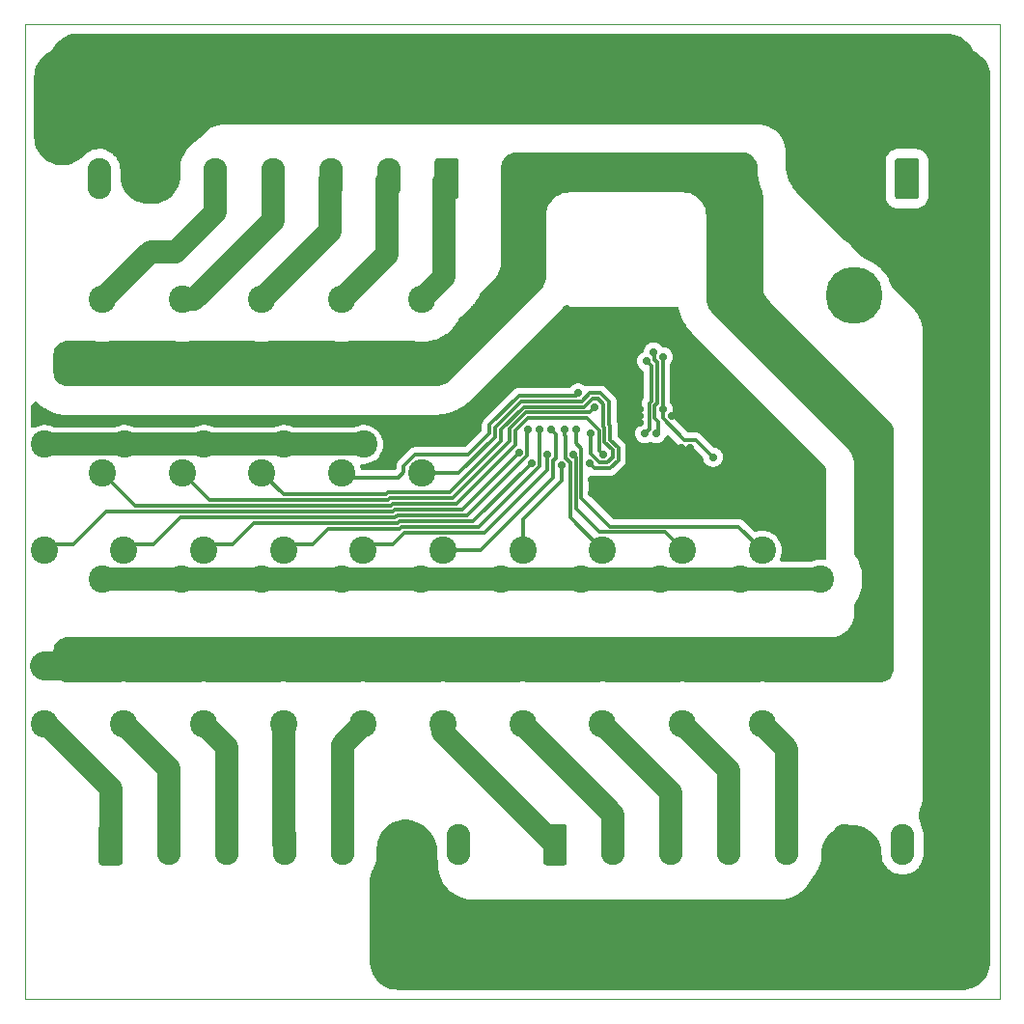
<source format=gbr>
G04 #@! TF.GenerationSoftware,KiCad,Pcbnew,6.0.10+dfsg-1~bpo11+1*
G04 #@! TF.ProjectId,project,70726f6a-6563-4742-9e6b-696361645f70,rev?*
G04 #@! TF.SameCoordinates,Original*
G04 #@! TF.FileFunction,Copper,L2,Bot*
G04 #@! TF.FilePolarity,Positive*
%FSLAX46Y46*%
G04 Gerber Fmt 4.6, Leading zero omitted, Abs format (unit mm)*
%MOMM*%
%LPD*%
G01*
G04 APERTURE LIST*
G04 #@! TA.AperFunction,Profile*
%ADD10C,0.100000*%
G04 #@! TD*
G04 #@! TA.AperFunction,ComponentPad*
%ADD11C,2.400000*%
G04 #@! TD*
G04 #@! TA.AperFunction,ComponentPad*
%ADD12O,2.080000X3.600000*%
G04 #@! TD*
G04 #@! TA.AperFunction,ComponentPad*
%ADD13O,2.100000X3.600000*%
G04 #@! TD*
G04 #@! TA.AperFunction,ComponentPad*
%ADD14C,5.000000*%
G04 #@! TD*
G04 #@! TA.AperFunction,ViaPad*
%ADD15C,0.700000*%
G04 #@! TD*
G04 #@! TA.AperFunction,Conductor*
%ADD16C,0.300000*%
G04 #@! TD*
G04 #@! TA.AperFunction,Conductor*
%ADD17C,2.000000*%
G04 #@! TD*
G04 #@! TA.AperFunction,Conductor*
%ADD18C,2.500000*%
G04 #@! TD*
G04 APERTURE END LIST*
D10*
X211012500Y-48287500D02*
X211012500Y-133787500D01*
X211012500Y-133787500D02*
X125512500Y-133787500D01*
X125512500Y-48287500D02*
X211012500Y-48287500D01*
X125512500Y-133787500D02*
X125512500Y-48287500D01*
D11*
X132302500Y-87667500D03*
X132302500Y-77507500D03*
X132302500Y-72427500D03*
X127222500Y-85127500D03*
X148182500Y-94412500D03*
X148182500Y-104572500D03*
X148182500Y-109652500D03*
X153262500Y-96952500D03*
G04 #@! TA.AperFunction,ComponentPad*
G36*
G01*
X131982500Y-121810001D02*
X131982500Y-118709999D01*
G75*
G02*
X132232499Y-118460000I249999J0D01*
G01*
X133812501Y-118460000D01*
G75*
G02*
X134062500Y-118709999I0J-249999D01*
G01*
X134062500Y-121810001D01*
G75*
G02*
X133812501Y-122060000I-249999J0D01*
G01*
X132232499Y-122060000D01*
G75*
G02*
X131982500Y-121810001I0J249999D01*
G01*
G37*
G04 #@! TD.AperFunction*
D12*
X138102500Y-120260000D03*
X143182500Y-120260000D03*
X148262500Y-120260000D03*
X153342500Y-120260000D03*
X158422500Y-120260000D03*
X163502500Y-120260000D03*
G04 #@! TA.AperFunction,ComponentPad*
G36*
G01*
X203932500Y-60265001D02*
X203932500Y-63364999D01*
G75*
G02*
X203682499Y-63615000I-250001J0D01*
G01*
X202082501Y-63615000D01*
G75*
G02*
X201832500Y-63364999I0J250001D01*
G01*
X201832500Y-60265001D01*
G75*
G02*
X202082501Y-60015000I250001J0D01*
G01*
X203682499Y-60015000D01*
G75*
G02*
X203932500Y-60265001I0J-250001D01*
G01*
G37*
G04 #@! TD.AperFunction*
D13*
X195262500Y-61815000D03*
X187642500Y-61815000D03*
D11*
X141182500Y-94412500D03*
X141182500Y-104572500D03*
X141182500Y-109652500D03*
X146262500Y-96952500D03*
X176182500Y-94412500D03*
X176182500Y-104572500D03*
X176182500Y-109652500D03*
X181262500Y-96952500D03*
X153302500Y-87667500D03*
X153302500Y-77507500D03*
X153302500Y-72427500D03*
X148222500Y-85127500D03*
X127182500Y-94412500D03*
X127182500Y-104572500D03*
X127182500Y-109652500D03*
X132262500Y-96952500D03*
X155182500Y-94412500D03*
X155182500Y-104572500D03*
X155182500Y-109652500D03*
X160262500Y-96952500D03*
G04 #@! TA.AperFunction,ComponentPad*
G36*
G01*
X163542500Y-60264999D02*
X163542500Y-63365001D01*
G75*
G02*
X163292501Y-63615000I-249999J0D01*
G01*
X161712499Y-63615000D01*
G75*
G02*
X161462500Y-63365001I0J249999D01*
G01*
X161462500Y-60264999D01*
G75*
G02*
X161712499Y-60015000I249999J0D01*
G01*
X163292501Y-60015000D01*
G75*
G02*
X163542500Y-60264999I0J-249999D01*
G01*
G37*
G04 #@! TD.AperFunction*
D12*
X157422500Y-61815000D03*
X152342500Y-61815000D03*
X147262500Y-61815000D03*
X142182500Y-61815000D03*
X137102500Y-61815000D03*
X132022500Y-61815000D03*
D11*
X169182500Y-94412500D03*
X169182500Y-104572500D03*
X169182500Y-109652500D03*
X174262500Y-96952500D03*
D14*
X198262500Y-72037500D03*
D11*
X146302500Y-87667500D03*
X146302500Y-77507500D03*
X146302500Y-72427500D03*
X141222500Y-85127500D03*
G04 #@! TA.AperFunction,ComponentPad*
G36*
G01*
X170982500Y-121810001D02*
X170982500Y-118709999D01*
G75*
G02*
X171232499Y-118460000I249999J0D01*
G01*
X172812501Y-118460000D01*
G75*
G02*
X173062500Y-118709999I0J-249999D01*
G01*
X173062500Y-121810001D01*
G75*
G02*
X172812501Y-122060000I-249999J0D01*
G01*
X171232499Y-122060000D01*
G75*
G02*
X170982500Y-121810001I0J249999D01*
G01*
G37*
G04 #@! TD.AperFunction*
D12*
X177102500Y-120260000D03*
X182182500Y-120260000D03*
X187262500Y-120260000D03*
X192342500Y-120260000D03*
X197422500Y-120260000D03*
X202502500Y-120260000D03*
D11*
X162182500Y-94412500D03*
X162182500Y-104572500D03*
X162182500Y-109652500D03*
X167262500Y-96952500D03*
X183182500Y-94412500D03*
X183182500Y-104572500D03*
X183182500Y-109652500D03*
X188262500Y-96952500D03*
X190182500Y-94412500D03*
X190182500Y-104572500D03*
X190182500Y-109652500D03*
X195262500Y-96952500D03*
X160302500Y-87667500D03*
X160302500Y-77507500D03*
X160302500Y-72427500D03*
X155222500Y-85127500D03*
X139302500Y-87667500D03*
X139302500Y-77507500D03*
X139302500Y-72427500D03*
X134222500Y-85127500D03*
X134182500Y-94412500D03*
X134182500Y-104572500D03*
X134182500Y-109652500D03*
X139262500Y-96952500D03*
D15*
X175262500Y-88237500D03*
X178462500Y-83237500D03*
X182262500Y-82637500D03*
X175862500Y-88837500D03*
X128862500Y-83037500D03*
X181062500Y-87437500D03*
X182262500Y-85437500D03*
X130462500Y-83037500D03*
X179262500Y-74037500D03*
X182062500Y-88437500D03*
X183062500Y-82637500D03*
X181062500Y-89437500D03*
X178462500Y-82037500D03*
X179462500Y-83237500D03*
X164262500Y-84037500D03*
X178462500Y-82637500D03*
X179462500Y-82637500D03*
X183062500Y-85437500D03*
X183862500Y-85437500D03*
X192862500Y-94237500D03*
X182062500Y-87437500D03*
X175262500Y-89437500D03*
X176462500Y-89437500D03*
X176462500Y-88237500D03*
X192862500Y-93437500D03*
X163662500Y-84037500D03*
X164862500Y-84037500D03*
X183862500Y-82637500D03*
X179462500Y-82037500D03*
X182062500Y-89437500D03*
X129662500Y-83037500D03*
X192862500Y-95037500D03*
X185862500Y-86237500D03*
X181462500Y-82037500D03*
X181467039Y-77439770D03*
X180063000Y-77842039D03*
X179866729Y-84185386D03*
X168862500Y-85837500D03*
X169937158Y-86752085D03*
X169662500Y-83837500D03*
X171362000Y-86037500D03*
X170682693Y-83848515D03*
X173862500Y-83837500D03*
X173631970Y-86037500D03*
X172562000Y-86967030D03*
X172862500Y-83837500D03*
X175517007Y-81879342D03*
X174062500Y-80638000D03*
X175031470Y-86806470D03*
X175158271Y-84185386D03*
X180913000Y-84187000D03*
X180662500Y-77037500D03*
X176212842Y-85998598D03*
X171682693Y-83848515D03*
D16*
X184362500Y-84737500D02*
X183372550Y-84737500D01*
X181467039Y-77439770D02*
X181462500Y-77444309D01*
X181462500Y-77444309D02*
X181462500Y-82037500D01*
X181462500Y-82827450D02*
X181462500Y-82037500D01*
X185862500Y-86237500D02*
X184362500Y-84737500D01*
X183372550Y-84737500D02*
X181462500Y-82827450D01*
X180462500Y-78241539D02*
X180462500Y-81340443D01*
X180462500Y-81340443D02*
X180262500Y-81540443D01*
X180262500Y-81540443D02*
X180262500Y-83789615D01*
X180262500Y-83789615D02*
X179866729Y-84185386D01*
X180063000Y-77842039D02*
X180462500Y-78241539D01*
D17*
X181262500Y-96952500D02*
X188262500Y-96952500D01*
X195262500Y-96952500D02*
X188262500Y-96952500D01*
X132262500Y-96952500D02*
X139262500Y-96952500D01*
X141222500Y-85127500D02*
X148222500Y-85127500D01*
X153262500Y-96952500D02*
X160262500Y-96952500D01*
X174262500Y-96952500D02*
X181262500Y-96952500D01*
X167262500Y-96952500D02*
X174262500Y-96952500D01*
X134222500Y-85127500D02*
X141222500Y-85127500D01*
X160262500Y-96952500D02*
X167262500Y-96952500D01*
X146262500Y-96952500D02*
X153262500Y-96952500D01*
X139262500Y-96952500D02*
X146262500Y-96952500D01*
X148222500Y-85127500D02*
X155222500Y-85127500D01*
X127222500Y-85127500D02*
X134222500Y-85127500D01*
D18*
X127182500Y-104572500D02*
X134182500Y-104572500D01*
D16*
X168862500Y-85837500D02*
X163837500Y-90862500D01*
X163837500Y-90862500D02*
X157959072Y-90862500D01*
X157784072Y-91037500D02*
X132612500Y-91037500D01*
X132612500Y-91037500D02*
X129762500Y-93887500D01*
X129762500Y-93887500D02*
X127707500Y-93887500D01*
X127707500Y-93887500D02*
X127182500Y-94412500D01*
X157959072Y-90862500D02*
X157784072Y-91037500D01*
X158373286Y-91862500D02*
X158198286Y-92037500D01*
X143762500Y-93887500D02*
X141707500Y-93887500D01*
X164837500Y-91862500D02*
X158373286Y-91862500D01*
X169937158Y-86762842D02*
X164837500Y-91862500D01*
X169937158Y-86752085D02*
X169937158Y-86762842D01*
X158198286Y-92037500D02*
X145612500Y-92037500D01*
X145612500Y-92037500D02*
X143762500Y-93887500D01*
X141707500Y-93887500D02*
X141182500Y-94412500D01*
X169562500Y-86137500D02*
X169562500Y-83937500D01*
X157991179Y-91537500D02*
X158166179Y-91362500D01*
X136762500Y-93887500D02*
X139112500Y-91537500D01*
X139112500Y-91537500D02*
X157991179Y-91537500D01*
X134182500Y-94412500D02*
X134707500Y-93887500D01*
X134707500Y-93887500D02*
X136762500Y-93887500D01*
X169562500Y-83937500D02*
X169662500Y-83837500D01*
X164337500Y-91362500D02*
X169562500Y-86137500D01*
X158166179Y-91362500D02*
X164337500Y-91362500D01*
X157762500Y-93887500D02*
X155707500Y-93887500D01*
X158787500Y-92862500D02*
X157762500Y-93887500D01*
X155707500Y-93887500D02*
X155182500Y-94412500D01*
X167262500Y-91451712D02*
X165851712Y-92862500D01*
X167262500Y-91437500D02*
X167262500Y-91451712D01*
X171362000Y-86037500D02*
X171362000Y-87338000D01*
X171362000Y-87338000D02*
X167262500Y-91437500D01*
X165851712Y-92862500D02*
X158787500Y-92862500D01*
X165337500Y-92362500D02*
X170662500Y-87037500D01*
X148182500Y-94412500D02*
X148707500Y-93887500D01*
X148707500Y-93887500D02*
X150762500Y-93887500D01*
X170662500Y-83868708D02*
X170682693Y-83848515D01*
X170662500Y-87037500D02*
X170662500Y-83868708D01*
X158580393Y-92362500D02*
X165337500Y-92362500D01*
X150762500Y-93887500D02*
X152112500Y-92537500D01*
X158405393Y-92537500D02*
X158580393Y-92362500D01*
X152112500Y-92537500D02*
X158405393Y-92537500D01*
X176862500Y-92337500D02*
X174331970Y-89806970D01*
X174331970Y-89806970D02*
X174331970Y-85506970D01*
X173862500Y-85037500D02*
X173862500Y-83837500D01*
X190182500Y-94412500D02*
X188107500Y-92337500D01*
X174331970Y-85506970D02*
X173862500Y-85037500D01*
X188107500Y-92337500D02*
X176862500Y-92337500D01*
X181662500Y-92837500D02*
X175862500Y-92837500D01*
X173831970Y-86237500D02*
X173631970Y-86037500D01*
X183182500Y-94412500D02*
X183182500Y-94357500D01*
X173831970Y-90806970D02*
X173831970Y-86237500D01*
X175862500Y-92837500D02*
X173831970Y-90806970D01*
X183182500Y-94357500D02*
X181662500Y-92837500D01*
X172562000Y-86967030D02*
X172562000Y-88327244D01*
X169182500Y-91706744D02*
X169182500Y-94412500D01*
X172562000Y-88327244D02*
X169182500Y-91706744D01*
X173331970Y-86727450D02*
X172932470Y-86327950D01*
X176182500Y-94412500D02*
X173331970Y-91561970D01*
X172932470Y-84391185D02*
X172862500Y-84321215D01*
X172932470Y-86327950D02*
X172932470Y-84391185D01*
X173331970Y-91561970D02*
X173331970Y-86727450D01*
X172862500Y-84321215D02*
X172862500Y-83837500D01*
X175517007Y-81879342D02*
X175058849Y-82337500D01*
X141672500Y-90037500D02*
X139302500Y-87667500D01*
X169465444Y-82337500D02*
X168062500Y-83740444D01*
X168062500Y-83740444D02*
X168062500Y-84837500D01*
X168062500Y-84837500D02*
X163037500Y-89862500D01*
X175058849Y-82337500D02*
X169465444Y-82337500D01*
X157369858Y-90037500D02*
X141672500Y-90037500D01*
X163037500Y-89862500D02*
X157544858Y-89862500D01*
X157544858Y-89862500D02*
X157369858Y-90037500D01*
X166262500Y-84137500D02*
X164362500Y-86037500D01*
X166262500Y-83419125D02*
X166262500Y-84137500D01*
X168844124Y-80837500D02*
X166262500Y-83419125D01*
X158752500Y-87025468D02*
X158752500Y-87547500D01*
X174062500Y-80638000D02*
X173863000Y-80837500D01*
X158752500Y-87547500D02*
X158262500Y-88037500D01*
X164362500Y-86037500D02*
X159740468Y-86037500D01*
X173863000Y-80837500D02*
X168844124Y-80837500D01*
X159740468Y-86037500D02*
X158752500Y-87025468D01*
X158262500Y-88037500D02*
X153672500Y-88037500D01*
X153672500Y-88037500D02*
X153302500Y-87667500D01*
X176762500Y-83385451D02*
X176762500Y-81390443D01*
X169051231Y-81337500D02*
X166762500Y-83626231D01*
X174362500Y-81337500D02*
X169051231Y-81337500D01*
X175031470Y-86806470D02*
X175462500Y-87237500D01*
X175062500Y-80637500D02*
X174362500Y-81337500D01*
X176858271Y-83481222D02*
X176762500Y-83385451D01*
X176762500Y-81390443D02*
X176009557Y-80637500D01*
X176009557Y-80637500D02*
X175062500Y-80637500D01*
X177562500Y-86537500D02*
X177562500Y-85430393D01*
X176862500Y-87237500D02*
X177562500Y-86537500D01*
X177562500Y-85430393D02*
X176858271Y-84726164D01*
X166762500Y-83626231D02*
X166762500Y-84483947D01*
X176858271Y-84726164D02*
X176858271Y-83481222D01*
X163578947Y-87667500D02*
X160302500Y-87667500D01*
X175462500Y-87237500D02*
X176862500Y-87237500D01*
X166762500Y-84483947D02*
X163578947Y-87667500D01*
X177062500Y-86237500D02*
X176601402Y-86698598D01*
X167262500Y-83833338D02*
X169258337Y-81837500D01*
X162737500Y-89362500D02*
X167262500Y-84837500D01*
X146302500Y-87667500D02*
X148172500Y-89537500D01*
X175923598Y-86698598D02*
X175158271Y-85933271D01*
X167262500Y-84837500D02*
X167262500Y-83833338D01*
X175158271Y-85933271D02*
X175158271Y-84185386D01*
X177062500Y-85637500D02*
X177062500Y-86237500D01*
X157162751Y-89537500D02*
X157337751Y-89362500D01*
X176601402Y-86698598D02*
X175923598Y-86698598D01*
X176262500Y-81597550D02*
X176262500Y-83592558D01*
X176358271Y-83688329D02*
X176358271Y-84933271D01*
X148172500Y-89537500D02*
X157162751Y-89537500D01*
X176262500Y-83592558D02*
X176358271Y-83688329D01*
X157337751Y-89362500D02*
X162737500Y-89362500D01*
X174569606Y-81837500D02*
X175269606Y-81137500D01*
X176358271Y-84933271D02*
X177062500Y-85637500D01*
X169258337Y-81837500D02*
X174569606Y-81837500D01*
X175802450Y-81137500D02*
X176262500Y-81597550D01*
X175269606Y-81137500D02*
X175802450Y-81137500D01*
D17*
X133022500Y-115297500D02*
X133022500Y-120260000D01*
X127182500Y-109652500D02*
X127377500Y-109652500D01*
X127377500Y-109652500D02*
X133022500Y-115297500D01*
X138102500Y-113572500D02*
X138102500Y-120260000D01*
X134182500Y-109652500D02*
X138102500Y-113572500D01*
X143182500Y-111652500D02*
X143182500Y-120260000D01*
X141182500Y-109652500D02*
X143182500Y-111652500D01*
X148182500Y-120180000D02*
X148262500Y-120260000D01*
X148182500Y-109652500D02*
X148182500Y-120180000D01*
X153342500Y-111492500D02*
X153342500Y-120260000D01*
X155182500Y-109652500D02*
X153342500Y-111492500D01*
X177102500Y-117572500D02*
X177102500Y-120260000D01*
X169182500Y-109652500D02*
X177102500Y-117572500D01*
X182182500Y-115652500D02*
X182182500Y-120260000D01*
X176182500Y-109652500D02*
X182182500Y-115652500D01*
X183182500Y-109652500D02*
X187262500Y-113732500D01*
X187262500Y-113732500D02*
X187262500Y-120260000D01*
X192342500Y-111812500D02*
X192342500Y-120260000D01*
X190182500Y-109652500D02*
X192342500Y-111812500D01*
X162262500Y-62055000D02*
X162502500Y-61815000D01*
X160302500Y-72427500D02*
X162262500Y-70467500D01*
X162262500Y-70467500D02*
X162262500Y-62055000D01*
X157262500Y-68467500D02*
X157262500Y-61975000D01*
X157262500Y-61975000D02*
X157422500Y-61815000D01*
X153302500Y-72427500D02*
X157262500Y-68467500D01*
X152262500Y-61895000D02*
X152342500Y-61815000D01*
X152262500Y-66467500D02*
X152262500Y-61895000D01*
X146302500Y-72427500D02*
X152262500Y-66467500D01*
X147262500Y-65527803D02*
X147262500Y-61815000D01*
X139302500Y-72427500D02*
X140362803Y-72427500D01*
X140362803Y-72427500D02*
X147262500Y-65527803D01*
D16*
X181062500Y-84037500D02*
X181062500Y-83134557D01*
X180767039Y-77142039D02*
X180662500Y-77037500D01*
X181062500Y-83134557D02*
X180762500Y-82834557D01*
X180962500Y-77925181D02*
X180767039Y-77729720D01*
X180767039Y-77729720D02*
X180767039Y-77142039D01*
X180962500Y-81547550D02*
X180962500Y-77925181D01*
X180762500Y-82834557D02*
X180762500Y-81747550D01*
X180762500Y-81747550D02*
X180962500Y-81547550D01*
X180913000Y-84187000D02*
X181062500Y-84037500D01*
D17*
X132302500Y-72427500D02*
X136502500Y-68227500D01*
X138762500Y-68227500D02*
X142182500Y-64807500D01*
X142182500Y-64807500D02*
X142182500Y-61815000D01*
X136502500Y-68227500D02*
X138762500Y-68227500D01*
D16*
X157751965Y-90362500D02*
X157576965Y-90537500D01*
X176212842Y-85998598D02*
X175858271Y-85644027D01*
X169672550Y-82837500D02*
X168562500Y-83947550D01*
X157576965Y-90537500D02*
X135172500Y-90537500D01*
X174800335Y-82837500D02*
X169672550Y-82837500D01*
X168562500Y-83947550D02*
X168562500Y-85137500D01*
X175858271Y-83895436D02*
X174800335Y-82837500D01*
X168562500Y-85137500D02*
X163337500Y-90362500D01*
X163337500Y-90362500D02*
X157751965Y-90362500D01*
X135172500Y-90537500D02*
X132302500Y-87667500D01*
X175858271Y-85644027D02*
X175858271Y-83895436D01*
D17*
X162182500Y-109652500D02*
X162182500Y-110420000D01*
X162182500Y-110420000D02*
X172022500Y-120260000D01*
D16*
X162182500Y-94412500D02*
X165487500Y-94412500D01*
X172062000Y-84227822D02*
X171682693Y-83848515D01*
X172062000Y-86327450D02*
X172062000Y-84227822D01*
X165487500Y-94412500D02*
X171862500Y-88037500D01*
X171862500Y-88037500D02*
X171862500Y-86526950D01*
X171862500Y-86526950D02*
X172062000Y-86327450D01*
G04 #@! TA.AperFunction,Conductor*
G36*
X173091294Y-72864090D02*
G01*
X173178430Y-72907061D01*
X173242488Y-72980106D01*
X173258719Y-73023229D01*
X173262500Y-73028887D01*
X173262500Y-73037500D01*
X182636915Y-73037500D01*
X182732203Y-73056454D01*
X182812985Y-73110430D01*
X182866961Y-73191212D01*
X182879408Y-73229949D01*
X182894551Y-73294895D01*
X182895077Y-73296858D01*
X182926319Y-73413453D01*
X182936835Y-73452701D01*
X182984431Y-73609602D01*
X182985089Y-73611540D01*
X183011554Y-73689502D01*
X183015899Y-73702303D01*
X183016619Y-73704215D01*
X183016624Y-73704230D01*
X183037471Y-73759618D01*
X183073655Y-73855757D01*
X183074443Y-73857660D01*
X183074448Y-73857672D01*
X183135379Y-74004771D01*
X183135392Y-74004802D01*
X183136172Y-74006684D01*
X183203830Y-74156008D01*
X183204724Y-74157821D01*
X183204734Y-74157842D01*
X183246248Y-74242025D01*
X183246265Y-74242058D01*
X183247124Y-74243800D01*
X183248042Y-74245517D01*
X183248051Y-74245535D01*
X183292412Y-74328528D01*
X183324413Y-74388398D01*
X183406101Y-74529886D01*
X183492673Y-74669106D01*
X183547056Y-74750497D01*
X183642565Y-74883781D01*
X183742019Y-75013392D01*
X183846028Y-75140127D01*
X183937591Y-75244535D01*
X183992670Y-75305305D01*
X184048544Y-75364960D01*
X184105547Y-75423859D01*
X195684070Y-87002382D01*
X195738046Y-87083164D01*
X195757000Y-87178452D01*
X195757000Y-94407716D01*
X195757438Y-94454547D01*
X195757446Y-94454975D01*
X195758204Y-94495505D01*
X195758311Y-94501245D01*
X195778101Y-94772146D01*
X195778529Y-94775493D01*
X195806467Y-94994026D01*
X195799749Y-95090948D01*
X195756453Y-95177922D01*
X195683169Y-95241707D01*
X195591053Y-95272592D01*
X195519456Y-95271364D01*
X195411124Y-95253721D01*
X195401894Y-95253600D01*
X195401892Y-95253600D01*
X195228201Y-95251327D01*
X195158396Y-95250413D01*
X195149241Y-95251659D01*
X195149240Y-95251659D01*
X194917107Y-95283250D01*
X194917101Y-95283251D01*
X194907955Y-95284496D01*
X194665303Y-95355223D01*
X194640345Y-95366729D01*
X194504990Y-95429128D01*
X194400744Y-95452000D01*
X191964660Y-95452000D01*
X191869372Y-95433046D01*
X191788590Y-95379070D01*
X191734614Y-95298288D01*
X191715660Y-95203000D01*
X191737631Y-95100731D01*
X191755207Y-95061715D01*
X191784928Y-94995736D01*
X191801054Y-94938556D01*
X191851024Y-94761377D01*
X191851025Y-94761372D01*
X191853534Y-94752476D01*
X191855458Y-94737357D01*
X191863753Y-94672151D01*
X191885431Y-94501747D01*
X191887263Y-94431798D01*
X191887605Y-94418740D01*
X191887605Y-94418732D01*
X191887768Y-94412500D01*
X191869037Y-94160445D01*
X191813256Y-93913928D01*
X191721650Y-93678363D01*
X191596231Y-93458926D01*
X191590519Y-93451680D01*
X191590514Y-93451673D01*
X191445471Y-93267688D01*
X191445467Y-93267684D01*
X191439755Y-93260438D01*
X191255660Y-93087258D01*
X191248081Y-93082000D01*
X191248077Y-93081997D01*
X191055583Y-92948459D01*
X191055581Y-92948458D01*
X191047989Y-92943191D01*
X191039700Y-92939103D01*
X191039696Y-92939101D01*
X190829591Y-92835489D01*
X190829589Y-92835488D01*
X190821305Y-92831403D01*
X190724851Y-92800528D01*
X190589386Y-92757165D01*
X190589379Y-92757163D01*
X190580587Y-92754349D01*
X190425419Y-92729078D01*
X190340239Y-92715205D01*
X190340233Y-92715204D01*
X190331124Y-92713721D01*
X190321894Y-92713600D01*
X190321892Y-92713600D01*
X190148201Y-92711327D01*
X190078396Y-92710413D01*
X190069241Y-92711659D01*
X190069240Y-92711659D01*
X189837107Y-92743250D01*
X189837101Y-92743251D01*
X189827955Y-92744496D01*
X189664771Y-92792060D01*
X189567987Y-92800528D01*
X189475328Y-92771313D01*
X189419024Y-92729078D01*
X188621555Y-91931609D01*
X188617567Y-91927226D01*
X188612702Y-91919560D01*
X188563127Y-91873006D01*
X188557510Y-91867564D01*
X188538535Y-91848589D01*
X188532350Y-91843791D01*
X188529827Y-91841567D01*
X188524038Y-91836299D01*
X188504313Y-91817776D01*
X188492893Y-91807052D01*
X188479166Y-91799506D01*
X188473405Y-91795320D01*
X188459777Y-91786368D01*
X188453643Y-91782741D01*
X188441264Y-91773138D01*
X188404781Y-91757351D01*
X188383719Y-91747032D01*
X188362596Y-91735420D01*
X188362595Y-91735420D01*
X188348868Y-91727873D01*
X188333700Y-91723979D01*
X188327071Y-91721354D01*
X188311653Y-91716076D01*
X188304798Y-91714084D01*
X188290426Y-91707865D01*
X188274961Y-91705415D01*
X188274956Y-91705414D01*
X188251163Y-91701646D01*
X188228192Y-91696889D01*
X188204848Y-91690895D01*
X188204846Y-91690895D01*
X188189677Y-91687000D01*
X188174013Y-91687000D01*
X188166943Y-91686107D01*
X188150695Y-91684828D01*
X188143569Y-91684604D01*
X188128095Y-91682153D01*
X188112502Y-91683627D01*
X188112500Y-91683627D01*
X188088511Y-91685895D01*
X188065077Y-91687000D01*
X177235086Y-91687000D01*
X177139798Y-91668046D01*
X177059016Y-91614070D01*
X175055400Y-89610454D01*
X175001424Y-89529672D01*
X174982470Y-89434384D01*
X174982470Y-88110411D01*
X175001424Y-88015123D01*
X175055400Y-87934341D01*
X175136182Y-87880365D01*
X175231470Y-87861411D01*
X175279396Y-87868233D01*
X175279570Y-87867135D01*
X175318835Y-87873354D01*
X175341803Y-87878110D01*
X175380323Y-87888000D01*
X175395989Y-87888000D01*
X175403058Y-87888893D01*
X175419293Y-87890171D01*
X175426432Y-87890395D01*
X175441904Y-87892846D01*
X175457498Y-87891372D01*
X175457500Y-87891372D01*
X175481480Y-87889105D01*
X175504913Y-87888000D01*
X176786008Y-87888000D01*
X176791936Y-87888280D01*
X176800796Y-87890260D01*
X176816452Y-87889768D01*
X176868789Y-87888123D01*
X176876611Y-87888000D01*
X176903425Y-87888000D01*
X176911185Y-87887020D01*
X176914572Y-87886807D01*
X176922375Y-87886439D01*
X176965069Y-87885097D01*
X176980114Y-87880726D01*
X176987172Y-87879608D01*
X177003111Y-87876307D01*
X177010015Y-87874534D01*
X177025558Y-87872571D01*
X177062525Y-87857934D01*
X177084718Y-87850336D01*
X177107850Y-87843616D01*
X177107853Y-87843615D01*
X177122898Y-87839244D01*
X177136385Y-87831268D01*
X177142934Y-87828434D01*
X177157560Y-87821269D01*
X177163809Y-87817834D01*
X177178371Y-87812068D01*
X177191041Y-87802863D01*
X177191044Y-87802861D01*
X177210537Y-87788698D01*
X177230138Y-87775823D01*
X177264365Y-87755581D01*
X177275443Y-87744503D01*
X177281069Y-87740139D01*
X177293448Y-87729567D01*
X177298657Y-87724675D01*
X177311337Y-87715463D01*
X177321324Y-87703391D01*
X177321327Y-87703388D01*
X177336673Y-87684837D01*
X177352461Y-87667485D01*
X177968391Y-87051555D01*
X177972774Y-87047567D01*
X177980440Y-87042702D01*
X178026994Y-86993127D01*
X178032436Y-86987510D01*
X178051411Y-86968535D01*
X178056209Y-86962350D01*
X178058433Y-86959827D01*
X178063701Y-86954038D01*
X178082224Y-86934313D01*
X178092948Y-86922893D01*
X178100494Y-86909166D01*
X178104680Y-86903405D01*
X178113626Y-86889786D01*
X178117257Y-86883647D01*
X178126862Y-86871264D01*
X178142653Y-86834774D01*
X178152968Y-86813720D01*
X178164579Y-86792600D01*
X178164582Y-86792592D01*
X178172127Y-86778868D01*
X178176022Y-86763700D01*
X178178645Y-86757074D01*
X178183927Y-86741644D01*
X178185916Y-86734800D01*
X178192135Y-86720427D01*
X178194585Y-86704962D01*
X178194586Y-86704957D01*
X178198354Y-86681165D01*
X178203111Y-86658193D01*
X178205464Y-86649031D01*
X178213000Y-86619677D01*
X178213000Y-86604011D01*
X178213893Y-86596942D01*
X178215171Y-86580707D01*
X178215395Y-86573568D01*
X178217846Y-86558096D01*
X178214105Y-86518520D01*
X178213000Y-86495087D01*
X178213000Y-85506884D01*
X178213280Y-85500956D01*
X178215260Y-85492096D01*
X178214281Y-85460930D01*
X178213123Y-85424103D01*
X178213000Y-85416281D01*
X178213000Y-85389468D01*
X178212019Y-85381703D01*
X178211808Y-85378344D01*
X178211440Y-85370537D01*
X178210589Y-85343478D01*
X178210097Y-85327823D01*
X178205727Y-85312782D01*
X178204611Y-85305735D01*
X178201308Y-85289786D01*
X178199534Y-85282878D01*
X178197571Y-85267335D01*
X178182936Y-85230370D01*
X178175342Y-85208190D01*
X178168615Y-85185037D01*
X178168614Y-85185034D01*
X178164244Y-85169994D01*
X178156271Y-85156512D01*
X178153441Y-85149973D01*
X178146275Y-85135344D01*
X178142834Y-85129084D01*
X178137068Y-85114522D01*
X178127861Y-85101850D01*
X178127858Y-85101844D01*
X178113697Y-85082353D01*
X178100819Y-85062749D01*
X178088551Y-85042005D01*
X178080581Y-85028528D01*
X178069507Y-85017454D01*
X178065153Y-85011841D01*
X178054567Y-84999445D01*
X178049675Y-84994236D01*
X178040463Y-84981556D01*
X178028391Y-84971569D01*
X178028388Y-84971566D01*
X178009837Y-84956220D01*
X177992485Y-84940432D01*
X177581701Y-84529648D01*
X177527725Y-84448866D01*
X177508771Y-84353578D01*
X177508771Y-84185386D01*
X179011544Y-84185386D01*
X179030232Y-84363189D01*
X179085479Y-84533221D01*
X179174870Y-84688051D01*
X179183600Y-84697747D01*
X179183604Y-84697752D01*
X179285773Y-84811221D01*
X179294499Y-84820912D01*
X179305045Y-84828574D01*
X179305047Y-84828576D01*
X179428579Y-84918328D01*
X179439136Y-84925998D01*
X179602462Y-84998715D01*
X179777338Y-85035886D01*
X179956120Y-85035886D01*
X180130996Y-84998715D01*
X180286776Y-84929358D01*
X180381534Y-84907916D01*
X180477286Y-84924370D01*
X180489323Y-84929356D01*
X180648733Y-85000329D01*
X180823609Y-85037500D01*
X181002391Y-85037500D01*
X181177267Y-85000329D01*
X181340593Y-84927612D01*
X181485230Y-84822526D01*
X181495409Y-84811221D01*
X181596125Y-84699366D01*
X181596129Y-84699361D01*
X181604859Y-84689665D01*
X181694250Y-84534835D01*
X181698282Y-84522425D01*
X181698285Y-84522419D01*
X181704961Y-84501870D01*
X181752431Y-84417102D01*
X181828728Y-84356952D01*
X181922235Y-84330579D01*
X182018716Y-84341997D01*
X182103484Y-84389467D01*
X182117845Y-84402741D01*
X182858495Y-85143391D01*
X182862483Y-85147774D01*
X182867348Y-85155440D01*
X182878769Y-85166165D01*
X182916922Y-85201993D01*
X182922540Y-85207436D01*
X182941516Y-85226412D01*
X182947704Y-85231212D01*
X182950189Y-85233402D01*
X182955987Y-85238677D01*
X182987157Y-85267948D01*
X183000884Y-85275495D01*
X183006642Y-85279678D01*
X183020274Y-85288633D01*
X183026405Y-85292259D01*
X183038787Y-85301863D01*
X183053171Y-85308087D01*
X183053172Y-85308088D01*
X183075277Y-85317654D01*
X183096341Y-85327973D01*
X183131182Y-85347127D01*
X183146356Y-85351023D01*
X183152978Y-85353645D01*
X183168400Y-85358925D01*
X183175245Y-85360914D01*
X183189624Y-85367136D01*
X183205097Y-85369587D01*
X183205101Y-85369588D01*
X183228887Y-85373355D01*
X183251859Y-85378112D01*
X183275197Y-85384104D01*
X183275200Y-85384104D01*
X183290373Y-85388000D01*
X183306040Y-85388000D01*
X183313110Y-85388893D01*
X183329365Y-85390172D01*
X183336479Y-85390396D01*
X183351955Y-85392847D01*
X183367549Y-85391373D01*
X183367551Y-85391373D01*
X183391541Y-85389105D01*
X183414974Y-85388000D01*
X183989914Y-85388000D01*
X184085202Y-85406954D01*
X184165984Y-85460930D01*
X184952572Y-86247518D01*
X185006548Y-86328300D01*
X185024138Y-86397559D01*
X185026003Y-86415303D01*
X185081250Y-86585335D01*
X185170641Y-86740165D01*
X185179371Y-86749861D01*
X185179375Y-86749866D01*
X185276751Y-86858012D01*
X185290270Y-86873026D01*
X185300816Y-86880688D01*
X185300818Y-86880690D01*
X185424350Y-86970442D01*
X185434907Y-86978112D01*
X185446830Y-86983420D01*
X185446831Y-86983421D01*
X185522251Y-87017000D01*
X185598233Y-87050829D01*
X185773109Y-87088000D01*
X185951891Y-87088000D01*
X186126767Y-87050829D01*
X186202749Y-87017000D01*
X186278169Y-86983421D01*
X186278170Y-86983420D01*
X186290093Y-86978112D01*
X186300650Y-86970442D01*
X186424182Y-86880690D01*
X186424184Y-86880688D01*
X186434730Y-86873026D01*
X186448249Y-86858012D01*
X186545625Y-86749866D01*
X186545629Y-86749861D01*
X186554359Y-86740165D01*
X186643750Y-86585335D01*
X186698997Y-86415303D01*
X186717685Y-86237500D01*
X186698997Y-86059697D01*
X186643750Y-85889665D01*
X186554359Y-85734835D01*
X186545629Y-85725139D01*
X186545625Y-85725134D01*
X186443456Y-85611665D01*
X186443455Y-85611664D01*
X186434730Y-85601974D01*
X186351258Y-85541327D01*
X186300650Y-85504558D01*
X186300649Y-85504557D01*
X186290093Y-85496888D01*
X186203432Y-85458304D01*
X186152785Y-85435755D01*
X186126767Y-85424171D01*
X186089042Y-85416152D01*
X185998708Y-85396951D01*
X185909443Y-85358599D01*
X185874408Y-85329462D01*
X184876555Y-84331609D01*
X184872567Y-84327226D01*
X184867702Y-84319560D01*
X184818127Y-84273006D01*
X184812510Y-84267564D01*
X184793535Y-84248589D01*
X184787350Y-84243791D01*
X184784827Y-84241567D01*
X184779038Y-84236299D01*
X184759313Y-84217776D01*
X184747893Y-84207052D01*
X184734166Y-84199506D01*
X184728405Y-84195320D01*
X184714777Y-84186368D01*
X184708643Y-84182741D01*
X184696264Y-84173138D01*
X184659781Y-84157351D01*
X184638719Y-84147032D01*
X184617596Y-84135420D01*
X184617595Y-84135420D01*
X184603868Y-84127873D01*
X184588700Y-84123979D01*
X184582071Y-84121354D01*
X184566653Y-84116076D01*
X184559798Y-84114084D01*
X184545426Y-84107865D01*
X184529961Y-84105415D01*
X184529956Y-84105414D01*
X184506163Y-84101646D01*
X184483192Y-84096889D01*
X184459848Y-84090895D01*
X184459846Y-84090895D01*
X184444677Y-84087000D01*
X184429013Y-84087000D01*
X184421943Y-84086107D01*
X184405695Y-84084828D01*
X184398569Y-84084604D01*
X184383095Y-84082153D01*
X184367502Y-84083627D01*
X184367500Y-84083627D01*
X184343511Y-84085895D01*
X184320077Y-84087000D01*
X183745136Y-84087000D01*
X183649848Y-84068046D01*
X183569066Y-84014070D01*
X182267794Y-82712798D01*
X182213818Y-82632016D01*
X182194864Y-82536728D01*
X182213818Y-82441440D01*
X182228221Y-82412232D01*
X182243750Y-82385335D01*
X182298997Y-82215303D01*
X182317685Y-82037500D01*
X182298997Y-81859697D01*
X182243750Y-81689665D01*
X182175309Y-81571121D01*
X182160884Y-81546136D01*
X182160882Y-81546134D01*
X182154359Y-81534835D01*
X182155302Y-81534291D01*
X182119879Y-81457450D01*
X182113000Y-81399325D01*
X182113000Y-78084192D01*
X182131954Y-77988904D01*
X182156464Y-77945139D01*
X182158898Y-77942435D01*
X182165422Y-77931135D01*
X182165425Y-77931131D01*
X182241762Y-77798910D01*
X182248289Y-77787605D01*
X182303536Y-77617573D01*
X182322224Y-77439770D01*
X182303536Y-77261967D01*
X182248289Y-77091935D01*
X182158898Y-76937105D01*
X182150168Y-76927409D01*
X182150164Y-76927404D01*
X182047995Y-76813935D01*
X182047994Y-76813934D01*
X182039269Y-76804244D01*
X181894632Y-76699158D01*
X181873311Y-76689665D01*
X181743228Y-76631749D01*
X181731306Y-76626441D01*
X181556430Y-76589270D01*
X181514235Y-76589270D01*
X181418947Y-76570316D01*
X181338165Y-76516340D01*
X181329192Y-76506884D01*
X181243456Y-76411665D01*
X181243455Y-76411664D01*
X181234730Y-76401974D01*
X181090093Y-76296888D01*
X181078167Y-76291578D01*
X180938689Y-76229479D01*
X180926767Y-76224171D01*
X180751891Y-76187000D01*
X180573109Y-76187000D01*
X180398233Y-76224171D01*
X180234908Y-76296888D01*
X180224351Y-76304558D01*
X180224346Y-76304561D01*
X180154398Y-76355382D01*
X180090270Y-76401974D01*
X180081538Y-76411672D01*
X179979375Y-76525134D01*
X179979371Y-76525139D01*
X179970641Y-76534835D01*
X179881250Y-76689665D01*
X179826003Y-76859697D01*
X179824639Y-76872672D01*
X179824638Y-76872678D01*
X179823733Y-76881294D01*
X179794924Y-76974079D01*
X179732801Y-77048777D01*
X179677375Y-77082742D01*
X179635408Y-77101427D01*
X179624851Y-77109097D01*
X179624846Y-77109100D01*
X179554898Y-77159921D01*
X179490770Y-77206513D01*
X179482038Y-77216211D01*
X179379875Y-77329673D01*
X179379871Y-77329678D01*
X179371141Y-77339374D01*
X179281750Y-77494204D01*
X179226503Y-77664236D01*
X179207815Y-77842039D01*
X179226503Y-78019842D01*
X179281750Y-78189874D01*
X179371141Y-78344704D01*
X179379871Y-78354400D01*
X179379875Y-78354405D01*
X179482044Y-78467874D01*
X179490770Y-78477565D01*
X179635407Y-78582651D01*
X179647331Y-78587960D01*
X179647333Y-78587961D01*
X179664279Y-78595506D01*
X179743619Y-78651579D01*
X179795462Y-78733746D01*
X179812000Y-78822978D01*
X179812000Y-80971328D01*
X179793046Y-81066616D01*
X179751656Y-81130718D01*
X179751984Y-81130956D01*
X179747658Y-81136910D01*
X179744515Y-81141778D01*
X179732052Y-81155050D01*
X179724506Y-81168777D01*
X179720320Y-81174538D01*
X179711368Y-81188166D01*
X179707741Y-81194300D01*
X179698138Y-81206679D01*
X179691917Y-81221056D01*
X179682353Y-81243157D01*
X179672032Y-81264224D01*
X179660420Y-81285347D01*
X179652873Y-81299075D01*
X179648979Y-81314243D01*
X179646354Y-81320872D01*
X179641076Y-81336290D01*
X179639084Y-81343145D01*
X179632865Y-81357517D01*
X179630415Y-81372982D01*
X179630414Y-81372987D01*
X179626646Y-81396780D01*
X179621889Y-81419749D01*
X179612000Y-81458266D01*
X179612000Y-81473930D01*
X179611107Y-81481000D01*
X179609828Y-81497248D01*
X179609604Y-81504374D01*
X179607153Y-81519848D01*
X179608627Y-81535441D01*
X179608627Y-81535443D01*
X179610895Y-81559432D01*
X179612000Y-81582866D01*
X179612000Y-83206108D01*
X179593046Y-83301396D01*
X179539070Y-83382178D01*
X179464277Y-83433581D01*
X179439137Y-83444774D01*
X179428580Y-83452444D01*
X179428575Y-83452447D01*
X179397646Y-83474919D01*
X179294499Y-83549860D01*
X179285767Y-83559558D01*
X179183604Y-83673020D01*
X179183600Y-83673025D01*
X179174870Y-83682721D01*
X179085479Y-83837551D01*
X179030232Y-84007583D01*
X179011544Y-84185386D01*
X177508771Y-84185386D01*
X177508771Y-83557715D01*
X177509051Y-83551786D01*
X177511031Y-83542926D01*
X177508894Y-83474919D01*
X177508771Y-83467098D01*
X177508771Y-83440297D01*
X177507793Y-83432551D01*
X177507580Y-83429167D01*
X177507212Y-83421368D01*
X177506361Y-83394314D01*
X177505869Y-83378653D01*
X177501497Y-83363605D01*
X177500384Y-83356576D01*
X177497076Y-83340601D01*
X177495306Y-83333706D01*
X177493342Y-83318164D01*
X177478710Y-83281208D01*
X177471110Y-83259010D01*
X177464388Y-83235871D01*
X177464386Y-83235867D01*
X177460016Y-83220824D01*
X177452043Y-83207342D01*
X177449213Y-83200803D01*
X177437032Y-83175940D01*
X177432843Y-83165361D01*
X177435834Y-83164177D01*
X177414503Y-83096729D01*
X177413000Y-83069407D01*
X177413000Y-81466934D01*
X177413280Y-81461006D01*
X177415260Y-81452146D01*
X177414560Y-81429857D01*
X177413123Y-81384153D01*
X177413000Y-81376331D01*
X177413000Y-81349518D01*
X177412019Y-81341753D01*
X177411808Y-81338394D01*
X177411440Y-81330587D01*
X177410589Y-81303528D01*
X177410097Y-81287873D01*
X177405727Y-81272832D01*
X177404611Y-81265785D01*
X177401308Y-81249836D01*
X177399534Y-81242928D01*
X177397571Y-81227385D01*
X177382936Y-81190420D01*
X177375342Y-81168240D01*
X177368615Y-81145087D01*
X177368614Y-81145084D01*
X177364244Y-81130044D01*
X177356271Y-81116562D01*
X177353441Y-81110023D01*
X177346275Y-81095394D01*
X177342834Y-81089134D01*
X177337068Y-81074572D01*
X177327861Y-81061900D01*
X177327858Y-81061894D01*
X177313697Y-81042403D01*
X177300819Y-81022799D01*
X177288551Y-81002055D01*
X177280581Y-80988578D01*
X177269507Y-80977504D01*
X177265153Y-80971891D01*
X177254567Y-80959495D01*
X177249675Y-80954286D01*
X177240463Y-80941606D01*
X177228391Y-80931619D01*
X177228388Y-80931616D01*
X177209837Y-80916270D01*
X177192485Y-80900482D01*
X176523612Y-80231609D01*
X176519624Y-80227226D01*
X176514759Y-80219560D01*
X176465184Y-80173006D01*
X176459567Y-80167564D01*
X176440592Y-80148589D01*
X176434407Y-80143791D01*
X176431884Y-80141567D01*
X176426095Y-80136299D01*
X176425069Y-80135335D01*
X176394950Y-80107052D01*
X176381223Y-80099506D01*
X176375462Y-80095320D01*
X176361834Y-80086368D01*
X176355700Y-80082741D01*
X176343321Y-80073138D01*
X176306838Y-80057351D01*
X176285776Y-80047032D01*
X176264653Y-80035420D01*
X176264652Y-80035420D01*
X176250925Y-80027873D01*
X176235757Y-80023979D01*
X176229128Y-80021354D01*
X176213710Y-80016076D01*
X176206855Y-80014084D01*
X176192483Y-80007865D01*
X176177018Y-80005415D01*
X176177013Y-80005414D01*
X176153220Y-80001646D01*
X176130249Y-79996889D01*
X176106905Y-79990895D01*
X176106903Y-79990895D01*
X176091734Y-79987000D01*
X176076070Y-79987000D01*
X176069000Y-79986107D01*
X176052752Y-79984828D01*
X176045626Y-79984604D01*
X176030152Y-79982153D01*
X176014559Y-79983627D01*
X176014557Y-79983627D01*
X175990568Y-79985895D01*
X175967134Y-79987000D01*
X175138991Y-79987000D01*
X175133063Y-79986720D01*
X175124203Y-79984740D01*
X175108547Y-79985232D01*
X175056210Y-79986877D01*
X175048388Y-79987000D01*
X175021575Y-79987000D01*
X175013810Y-79987981D01*
X175010451Y-79988192D01*
X175002644Y-79988560D01*
X174983637Y-79989158D01*
X174959930Y-79989903D01*
X174944889Y-79994273D01*
X174937842Y-79995389D01*
X174921893Y-79998692D01*
X174914985Y-80000466D01*
X174899442Y-80002429D01*
X174862480Y-80017063D01*
X174840301Y-80024656D01*
X174832413Y-80026948D01*
X174735621Y-80035335D01*
X174642987Y-80006043D01*
X174616576Y-79989283D01*
X174500655Y-79905061D01*
X174500650Y-79905058D01*
X174490093Y-79897388D01*
X174478167Y-79892078D01*
X174338689Y-79829979D01*
X174326767Y-79824671D01*
X174151891Y-79787500D01*
X173973109Y-79787500D01*
X173798233Y-79824671D01*
X173634908Y-79897388D01*
X173624351Y-79905058D01*
X173624346Y-79905061D01*
X173554398Y-79955882D01*
X173490270Y-80002474D01*
X173481539Y-80012171D01*
X173481532Y-80012177D01*
X173398301Y-80104614D01*
X173320455Y-80162744D01*
X173226290Y-80186659D01*
X173213259Y-80187000D01*
X168920615Y-80187000D01*
X168914687Y-80186720D01*
X168905827Y-80184740D01*
X168890171Y-80185232D01*
X168837834Y-80186877D01*
X168830012Y-80187000D01*
X168803199Y-80187000D01*
X168795434Y-80187981D01*
X168792075Y-80188192D01*
X168784268Y-80188560D01*
X168765261Y-80189158D01*
X168741554Y-80189903D01*
X168726513Y-80194273D01*
X168719466Y-80195389D01*
X168703517Y-80198692D01*
X168696609Y-80200466D01*
X168681066Y-80202429D01*
X168644104Y-80217063D01*
X168621921Y-80224658D01*
X168598768Y-80231385D01*
X168598765Y-80231386D01*
X168583725Y-80235756D01*
X168570243Y-80243729D01*
X168563704Y-80246559D01*
X168549075Y-80253725D01*
X168542815Y-80257166D01*
X168528253Y-80262932D01*
X168515581Y-80272139D01*
X168515575Y-80272142D01*
X168496084Y-80286303D01*
X168476485Y-80299178D01*
X168442259Y-80319419D01*
X168431185Y-80330493D01*
X168425572Y-80334847D01*
X168413165Y-80345442D01*
X168407960Y-80350329D01*
X168395287Y-80359537D01*
X168385305Y-80371603D01*
X168385303Y-80371605D01*
X168369946Y-80390169D01*
X168354158Y-80407520D01*
X165856609Y-82905070D01*
X165852226Y-82909058D01*
X165844560Y-82913923D01*
X165833835Y-82925344D01*
X165798007Y-82963497D01*
X165792564Y-82969115D01*
X165773589Y-82988090D01*
X165768791Y-82994275D01*
X165766567Y-82996798D01*
X165761305Y-83002581D01*
X165732052Y-83033732D01*
X165724508Y-83047454D01*
X165720324Y-83053213D01*
X165711372Y-83066842D01*
X165707740Y-83072983D01*
X165698138Y-83085362D01*
X165682346Y-83121854D01*
X165672034Y-83142902D01*
X165652873Y-83177757D01*
X165648976Y-83192934D01*
X165646354Y-83199558D01*
X165641085Y-83214947D01*
X165639089Y-83221816D01*
X165632865Y-83236199D01*
X165630414Y-83251676D01*
X165626646Y-83275462D01*
X165621889Y-83298431D01*
X165612000Y-83336948D01*
X165612000Y-83352612D01*
X165611107Y-83359682D01*
X165609828Y-83375930D01*
X165609604Y-83383056D01*
X165607153Y-83398530D01*
X165608627Y-83414123D01*
X165608627Y-83414125D01*
X165610895Y-83438114D01*
X165612000Y-83461548D01*
X165612000Y-83764914D01*
X165593046Y-83860202D01*
X165539070Y-83940984D01*
X164165984Y-85314070D01*
X164085202Y-85368046D01*
X163989914Y-85387000D01*
X159816961Y-85387000D01*
X159811032Y-85386720D01*
X159802172Y-85384740D01*
X159765416Y-85385895D01*
X159734165Y-85386877D01*
X159726344Y-85387000D01*
X159699543Y-85387000D01*
X159691797Y-85387978D01*
X159688413Y-85388191D01*
X159680614Y-85388559D01*
X159663891Y-85389085D01*
X159637899Y-85389902D01*
X159622851Y-85394274D01*
X159615822Y-85395387D01*
X159599847Y-85398695D01*
X159592952Y-85400465D01*
X159577410Y-85402429D01*
X159540457Y-85417060D01*
X159518256Y-85424661D01*
X159495117Y-85431383D01*
X159495113Y-85431385D01*
X159480070Y-85435755D01*
X159466588Y-85443728D01*
X159460049Y-85446558D01*
X159445412Y-85453729D01*
X159439159Y-85457166D01*
X159424597Y-85462932D01*
X159392426Y-85486305D01*
X159372834Y-85499174D01*
X159352086Y-85511444D01*
X159352081Y-85511448D01*
X159338603Y-85519419D01*
X159327532Y-85530490D01*
X159321910Y-85534851D01*
X159309520Y-85545433D01*
X159304311Y-85550325D01*
X159291631Y-85559537D01*
X159281644Y-85571609D01*
X159281641Y-85571612D01*
X159266295Y-85590163D01*
X159250507Y-85607515D01*
X158346609Y-86511413D01*
X158342226Y-86515401D01*
X158334560Y-86520266D01*
X158323835Y-86531687D01*
X158288007Y-86569840D01*
X158282564Y-86575458D01*
X158263589Y-86594433D01*
X158258791Y-86600618D01*
X158256567Y-86603141D01*
X158251305Y-86608924D01*
X158222052Y-86640075D01*
X158214506Y-86653802D01*
X158210320Y-86659563D01*
X158201368Y-86673191D01*
X158197741Y-86679325D01*
X158188138Y-86691704D01*
X158181917Y-86706081D01*
X158172353Y-86728182D01*
X158162032Y-86749249D01*
X158155305Y-86761486D01*
X158142873Y-86784100D01*
X158138979Y-86799268D01*
X158136354Y-86805897D01*
X158131076Y-86821315D01*
X158129084Y-86828170D01*
X158122865Y-86842542D01*
X158120415Y-86858007D01*
X158120414Y-86858012D01*
X158116646Y-86881805D01*
X158111889Y-86904774D01*
X158102000Y-86943291D01*
X158102000Y-86958955D01*
X158101107Y-86966025D01*
X158099828Y-86982273D01*
X158099604Y-86989399D01*
X158097153Y-87004873D01*
X158098627Y-87020466D01*
X158098627Y-87020468D01*
X158100895Y-87044457D01*
X158102000Y-87067891D01*
X158102000Y-87138000D01*
X158083046Y-87233288D01*
X158029070Y-87314070D01*
X157948288Y-87368046D01*
X157853000Y-87387000D01*
X155181553Y-87387000D01*
X155086265Y-87368046D01*
X155005483Y-87314070D01*
X154951507Y-87233288D01*
X154938694Y-87192958D01*
X154935296Y-87177943D01*
X154935295Y-87177940D01*
X154933256Y-87168928D01*
X154929907Y-87160317D01*
X154927206Y-87151481D01*
X154929548Y-87150765D01*
X154915459Y-87070875D01*
X154936485Y-86976023D01*
X154992208Y-86896436D01*
X155074146Y-86844233D01*
X155174176Y-86827492D01*
X155282013Y-86831729D01*
X155291188Y-86830724D01*
X155291193Y-86830724D01*
X155524077Y-86805219D01*
X155524081Y-86805218D01*
X155533260Y-86804213D01*
X155777681Y-86739863D01*
X156009905Y-86640091D01*
X156017757Y-86635232D01*
X156017761Y-86635230D01*
X156142408Y-86558096D01*
X156224831Y-86507091D01*
X156417738Y-86343783D01*
X156431317Y-86328300D01*
X156578302Y-86160696D01*
X156578303Y-86160694D01*
X156584388Y-86153756D01*
X156721119Y-85941184D01*
X156824928Y-85710736D01*
X156855602Y-85601974D01*
X156891024Y-85476377D01*
X156891025Y-85476373D01*
X156893534Y-85467476D01*
X156897570Y-85435755D01*
X156906299Y-85367136D01*
X156925431Y-85216747D01*
X156926898Y-85160740D01*
X156927605Y-85133740D01*
X156927605Y-85133732D01*
X156927768Y-85127500D01*
X156909037Y-84875445D01*
X156853256Y-84628928D01*
X156761650Y-84393363D01*
X156636231Y-84173926D01*
X156630519Y-84166680D01*
X156630514Y-84166673D01*
X156485471Y-83982688D01*
X156485467Y-83982684D01*
X156479755Y-83975438D01*
X156295660Y-83802258D01*
X156288081Y-83797000D01*
X156288077Y-83796997D01*
X156095583Y-83663459D01*
X156095581Y-83663458D01*
X156087989Y-83658191D01*
X156079700Y-83654103D01*
X156079696Y-83654101D01*
X155869591Y-83550489D01*
X155869589Y-83550488D01*
X155861305Y-83546403D01*
X155777678Y-83519634D01*
X155629386Y-83472165D01*
X155629379Y-83472163D01*
X155620587Y-83469349D01*
X155490182Y-83448111D01*
X155380239Y-83430205D01*
X155380233Y-83430204D01*
X155371124Y-83428721D01*
X155361894Y-83428600D01*
X155361892Y-83428600D01*
X155188201Y-83426327D01*
X155118396Y-83425413D01*
X155109241Y-83426659D01*
X155109240Y-83426659D01*
X154877107Y-83458250D01*
X154877101Y-83458251D01*
X154867955Y-83459496D01*
X154625303Y-83530223D01*
X154500539Y-83587740D01*
X154464990Y-83604128D01*
X154360744Y-83627000D01*
X149082798Y-83627000D01*
X148987510Y-83608046D01*
X148972668Y-83601321D01*
X148869591Y-83550489D01*
X148869589Y-83550488D01*
X148861305Y-83546403D01*
X148777678Y-83519634D01*
X148629386Y-83472165D01*
X148629379Y-83472163D01*
X148620587Y-83469349D01*
X148490182Y-83448111D01*
X148380239Y-83430205D01*
X148380233Y-83430204D01*
X148371124Y-83428721D01*
X148361894Y-83428600D01*
X148361892Y-83428600D01*
X148188201Y-83426327D01*
X148118396Y-83425413D01*
X148109241Y-83426659D01*
X148109240Y-83426659D01*
X147877107Y-83458250D01*
X147877101Y-83458251D01*
X147867955Y-83459496D01*
X147625303Y-83530223D01*
X147500539Y-83587740D01*
X147464990Y-83604128D01*
X147360744Y-83627000D01*
X142082798Y-83627000D01*
X141987510Y-83608046D01*
X141972668Y-83601321D01*
X141869591Y-83550489D01*
X141869589Y-83550488D01*
X141861305Y-83546403D01*
X141777678Y-83519634D01*
X141629386Y-83472165D01*
X141629379Y-83472163D01*
X141620587Y-83469349D01*
X141490182Y-83448111D01*
X141380239Y-83430205D01*
X141380233Y-83430204D01*
X141371124Y-83428721D01*
X141361894Y-83428600D01*
X141361892Y-83428600D01*
X141188201Y-83426327D01*
X141118396Y-83425413D01*
X141109241Y-83426659D01*
X141109240Y-83426659D01*
X140877107Y-83458250D01*
X140877101Y-83458251D01*
X140867955Y-83459496D01*
X140625303Y-83530223D01*
X140500539Y-83587740D01*
X140464990Y-83604128D01*
X140360744Y-83627000D01*
X135082798Y-83627000D01*
X134987510Y-83608046D01*
X134972668Y-83601321D01*
X134869591Y-83550489D01*
X134869589Y-83550488D01*
X134861305Y-83546403D01*
X134777678Y-83519634D01*
X134629386Y-83472165D01*
X134629379Y-83472163D01*
X134620587Y-83469349D01*
X134490182Y-83448111D01*
X134380239Y-83430205D01*
X134380233Y-83430204D01*
X134371124Y-83428721D01*
X134361894Y-83428600D01*
X134361892Y-83428600D01*
X134188201Y-83426327D01*
X134118396Y-83425413D01*
X134109241Y-83426659D01*
X134109240Y-83426659D01*
X133877107Y-83458250D01*
X133877101Y-83458251D01*
X133867955Y-83459496D01*
X133625303Y-83530223D01*
X133500539Y-83587740D01*
X133464990Y-83604128D01*
X133360744Y-83627000D01*
X128082798Y-83627000D01*
X127987510Y-83608046D01*
X127972668Y-83601321D01*
X127869591Y-83550489D01*
X127869589Y-83550488D01*
X127861305Y-83546403D01*
X127777678Y-83519634D01*
X127629386Y-83472165D01*
X127629379Y-83472163D01*
X127620587Y-83469349D01*
X127490182Y-83448111D01*
X127380239Y-83430205D01*
X127380233Y-83430204D01*
X127371124Y-83428721D01*
X127361894Y-83428600D01*
X127361892Y-83428600D01*
X127188201Y-83426327D01*
X127118396Y-83425413D01*
X127109241Y-83426659D01*
X127109240Y-83426659D01*
X126877107Y-83458250D01*
X126877101Y-83458251D01*
X126867955Y-83459496D01*
X126625303Y-83530223D01*
X126616924Y-83534086D01*
X126616918Y-83534088D01*
X126428069Y-83621149D01*
X126395770Y-83636039D01*
X126388045Y-83641104D01*
X126382721Y-83644055D01*
X126290191Y-83673676D01*
X126193370Y-83665632D01*
X126106997Y-83621149D01*
X126044222Y-83546998D01*
X126014601Y-83454468D01*
X126013000Y-83426277D01*
X126013000Y-81818920D01*
X126031954Y-81723632D01*
X126085930Y-81642850D01*
X126190190Y-81538590D01*
X126217040Y-81515325D01*
X126311431Y-81444665D01*
X126399072Y-81402735D01*
X126496088Y-81397535D01*
X126587709Y-81429857D01*
X126635927Y-81467141D01*
X126721124Y-81551576D01*
X126721141Y-81551592D01*
X126725096Y-81555511D01*
X126967532Y-81756073D01*
X127148686Y-81887690D01*
X127150045Y-81888622D01*
X127150057Y-81888631D01*
X127255342Y-81960876D01*
X127255351Y-81960881D01*
X127259948Y-81964036D01*
X127264818Y-81966770D01*
X127264822Y-81966773D01*
X127282226Y-81976545D01*
X127534300Y-82118084D01*
X127736044Y-82215238D01*
X127859123Y-82270478D01*
X128156573Y-82373065D01*
X128372422Y-82432636D01*
X128503403Y-82465016D01*
X128814391Y-82512842D01*
X129037409Y-82532914D01*
X129040189Y-82533039D01*
X129040206Y-82533040D01*
X129259207Y-82542875D01*
X129259226Y-82542875D01*
X129262000Y-82543000D01*
X161393184Y-82543000D01*
X161471368Y-82541721D01*
X161474181Y-82541675D01*
X161474183Y-82541675D01*
X161475158Y-82541659D01*
X161556844Y-82538985D01*
X161557854Y-82538935D01*
X161557888Y-82538934D01*
X161637761Y-82535010D01*
X161637780Y-82535009D01*
X161638735Y-82534962D01*
X161639677Y-82534900D01*
X161639699Y-82534899D01*
X161775249Y-82526015D01*
X161775276Y-82526013D01*
X161777302Y-82525880D01*
X161779338Y-82525679D01*
X161779356Y-82525678D01*
X161938449Y-82510009D01*
X161938451Y-82510009D01*
X161940459Y-82509811D01*
X162021875Y-82499093D01*
X162100395Y-82488756D01*
X162100409Y-82488754D01*
X162102429Y-82488488D01*
X162104432Y-82488157D01*
X162104461Y-82488153D01*
X162262178Y-82462113D01*
X162264207Y-82461778D01*
X162332629Y-82448168D01*
X162358254Y-82443071D01*
X162358262Y-82443069D01*
X162360224Y-82442679D01*
X162362185Y-82442222D01*
X162362207Y-82442217D01*
X162490804Y-82412232D01*
X162519895Y-82405449D01*
X162677701Y-82363165D01*
X162679621Y-82362582D01*
X162679637Y-82362578D01*
X162832630Y-82316168D01*
X162832650Y-82316161D01*
X162834610Y-82315567D01*
X162927313Y-82284098D01*
X162969590Y-82268186D01*
X163078832Y-82227070D01*
X163078857Y-82227060D01*
X163080757Y-82226345D01*
X163231682Y-82163829D01*
X163381008Y-82096170D01*
X163382821Y-82095276D01*
X163382842Y-82095266D01*
X163467025Y-82053752D01*
X163467058Y-82053735D01*
X163468800Y-82052876D01*
X163470517Y-82051958D01*
X163470535Y-82051949D01*
X163611606Y-81976545D01*
X163611613Y-81976541D01*
X163613398Y-81975587D01*
X163638878Y-81960876D01*
X163753120Y-81894919D01*
X163753138Y-81894908D01*
X163754886Y-81893899D01*
X163756590Y-81892839D01*
X163756609Y-81892828D01*
X163875463Y-81818920D01*
X163894100Y-81807331D01*
X163975493Y-81752947D01*
X163977140Y-81751767D01*
X164107135Y-81658615D01*
X164107154Y-81658601D01*
X164108788Y-81657430D01*
X164177664Y-81604579D01*
X164236796Y-81559206D01*
X164236815Y-81559191D01*
X164238397Y-81557977D01*
X164252826Y-81546136D01*
X164332193Y-81481000D01*
X164365127Y-81453972D01*
X164377530Y-81443095D01*
X164468786Y-81363066D01*
X164468796Y-81363057D01*
X164469535Y-81362409D01*
X164530305Y-81307330D01*
X164589960Y-81251456D01*
X164648859Y-81194453D01*
X172419453Y-73423859D01*
X172476456Y-73364960D01*
X172532330Y-73305305D01*
X172587409Y-73244535D01*
X172678972Y-73140127D01*
X172782981Y-73013392D01*
X172829303Y-72953024D01*
X172902348Y-72888966D01*
X172994347Y-72857736D01*
X173091294Y-72864090D01*
G37*
G04 #@! TD.AperFunction*
G04 #@! TA.AperFunction,Conductor*
G36*
X188731839Y-59563072D02*
G01*
X188947688Y-59622643D01*
X189149432Y-59719797D01*
X189330586Y-59851414D01*
X189485329Y-60013261D01*
X189608685Y-60200138D01*
X189696691Y-60406038D01*
X189746517Y-60624343D01*
X189757698Y-60774484D01*
X189757986Y-60795010D01*
X189761917Y-60935118D01*
X189764872Y-61005322D01*
X189771935Y-61131101D01*
X189783749Y-61271161D01*
X189815129Y-61549660D01*
X189834772Y-61688802D01*
X189844111Y-61743769D01*
X189871534Y-61881633D01*
X189933885Y-62154804D01*
X189968984Y-62290872D01*
X189984418Y-62344445D01*
X190027094Y-62478340D01*
X190119644Y-62742837D01*
X190169759Y-62874126D01*
X190173119Y-62882237D01*
X190174011Y-62884480D01*
X190237810Y-63099118D01*
X190262259Y-63321698D01*
X190262500Y-63346232D01*
X190262500Y-71209073D01*
X190279610Y-71470125D01*
X190330648Y-71726711D01*
X190414741Y-71974440D01*
X190530449Y-72209073D01*
X190675793Y-72426596D01*
X190848286Y-72623286D01*
X201391176Y-83166176D01*
X201534681Y-83338066D01*
X201645186Y-83532817D01*
X201719142Y-83744171D01*
X201754171Y-83965333D01*
X201757000Y-84049352D01*
X201757000Y-104742032D01*
X201736928Y-104965050D01*
X201677357Y-105180899D01*
X201580203Y-105382643D01*
X201448586Y-105563797D01*
X201286739Y-105718540D01*
X201099862Y-105841896D01*
X200944487Y-105912280D01*
X200909664Y-105925268D01*
X200738685Y-105975473D01*
X200634415Y-105998155D01*
X200458029Y-106023516D01*
X200400004Y-106027666D01*
X200306986Y-106034318D01*
X200217888Y-106037500D01*
X191111857Y-106037500D01*
X190916471Y-106022123D01*
X190886828Y-106017428D01*
X190569838Y-105967222D01*
X190537184Y-105965511D01*
X190537178Y-105965510D01*
X190215166Y-105948634D01*
X190182500Y-105946922D01*
X190149834Y-105948634D01*
X189827822Y-105965510D01*
X189827816Y-105965511D01*
X189795162Y-105967222D01*
X189478172Y-106017428D01*
X189448529Y-106022123D01*
X189253143Y-106037500D01*
X184111857Y-106037500D01*
X183916471Y-106022123D01*
X183886828Y-106017428D01*
X183569838Y-105967222D01*
X183537184Y-105965511D01*
X183537178Y-105965510D01*
X183215166Y-105948634D01*
X183182500Y-105946922D01*
X183149834Y-105948634D01*
X182827822Y-105965510D01*
X182827816Y-105965511D01*
X182795162Y-105967222D01*
X182478172Y-106017428D01*
X182448529Y-106022123D01*
X182253143Y-106037500D01*
X177111857Y-106037500D01*
X176916471Y-106022123D01*
X176886828Y-106017428D01*
X176569838Y-105967222D01*
X176537184Y-105965511D01*
X176537178Y-105965510D01*
X176215166Y-105948634D01*
X176182500Y-105946922D01*
X176149834Y-105948634D01*
X175827822Y-105965510D01*
X175827816Y-105965511D01*
X175795162Y-105967222D01*
X175478172Y-106017428D01*
X175448529Y-106022123D01*
X175253143Y-106037500D01*
X170111857Y-106037500D01*
X169916471Y-106022123D01*
X169886828Y-106017428D01*
X169569838Y-105967222D01*
X169537184Y-105965511D01*
X169537178Y-105965510D01*
X169215166Y-105948634D01*
X169182500Y-105946922D01*
X169149834Y-105948634D01*
X168827822Y-105965510D01*
X168827816Y-105965511D01*
X168795162Y-105967222D01*
X168478172Y-106017428D01*
X168448529Y-106022123D01*
X168253143Y-106037500D01*
X163111857Y-106037500D01*
X162916471Y-106022123D01*
X162886828Y-106017428D01*
X162569838Y-105967222D01*
X162537184Y-105965511D01*
X162537178Y-105965510D01*
X162215166Y-105948634D01*
X162182500Y-105946922D01*
X162149834Y-105948634D01*
X161827822Y-105965510D01*
X161827816Y-105965511D01*
X161795162Y-105967222D01*
X161478172Y-106017428D01*
X161448529Y-106022123D01*
X161253143Y-106037500D01*
X156111857Y-106037500D01*
X155916471Y-106022123D01*
X155886828Y-106017428D01*
X155569838Y-105967222D01*
X155537184Y-105965511D01*
X155537178Y-105965510D01*
X155215166Y-105948634D01*
X155182500Y-105946922D01*
X155149834Y-105948634D01*
X154827822Y-105965510D01*
X154827816Y-105965511D01*
X154795162Y-105967222D01*
X154478172Y-106017428D01*
X154448529Y-106022123D01*
X154253143Y-106037500D01*
X149111857Y-106037500D01*
X148916471Y-106022123D01*
X148886828Y-106017428D01*
X148569838Y-105967222D01*
X148537184Y-105965511D01*
X148537178Y-105965510D01*
X148215166Y-105948634D01*
X148182500Y-105946922D01*
X148149834Y-105948634D01*
X147827822Y-105965510D01*
X147827816Y-105965511D01*
X147795162Y-105967222D01*
X147478172Y-106017428D01*
X147448529Y-106022123D01*
X147253143Y-106037500D01*
X142111857Y-106037500D01*
X141916471Y-106022123D01*
X141886828Y-106017428D01*
X141569838Y-105967222D01*
X141537184Y-105965511D01*
X141537178Y-105965510D01*
X141215166Y-105948634D01*
X141182500Y-105946922D01*
X141149834Y-105948634D01*
X140827822Y-105965510D01*
X140827816Y-105965511D01*
X140795162Y-105967222D01*
X140478172Y-106017428D01*
X140448529Y-106022123D01*
X140253143Y-106037500D01*
X135111857Y-106037500D01*
X134916471Y-106022123D01*
X134886828Y-106017428D01*
X134569838Y-105967222D01*
X134537184Y-105965511D01*
X134537178Y-105965510D01*
X134215166Y-105948634D01*
X134182500Y-105946922D01*
X134149834Y-105948634D01*
X133827822Y-105965510D01*
X133827816Y-105965511D01*
X133795162Y-105967222D01*
X133478172Y-106017428D01*
X133448529Y-106022123D01*
X133253143Y-106037500D01*
X129262000Y-106037500D01*
X129038982Y-106017428D01*
X128823133Y-105957857D01*
X128621389Y-105860703D01*
X128440235Y-105729086D01*
X128285492Y-105567239D01*
X128162136Y-105380362D01*
X128074130Y-105174462D01*
X128024304Y-104956157D01*
X128013000Y-104788500D01*
X128013000Y-103286500D01*
X128033072Y-103063482D01*
X128092643Y-102847633D01*
X128189797Y-102645889D01*
X128321414Y-102464735D01*
X128483261Y-102309992D01*
X128670138Y-102186636D01*
X128876038Y-102098630D01*
X129094343Y-102048804D01*
X129262000Y-102037500D01*
X196262500Y-102037500D01*
X196415876Y-102026530D01*
X196502643Y-102020325D01*
X196502646Y-102020325D01*
X196547130Y-102017143D01*
X196590710Y-102007663D01*
X196590715Y-102007662D01*
X196667823Y-101990888D01*
X196825965Y-101956486D01*
X197093330Y-101856764D01*
X197343782Y-101720007D01*
X197572221Y-101548999D01*
X197773999Y-101347221D01*
X197945007Y-101118782D01*
X198081764Y-100868330D01*
X198181486Y-100600965D01*
X198242143Y-100322130D01*
X198262500Y-100037500D01*
X198262500Y-99497284D01*
X198282572Y-99274266D01*
X198342143Y-99058417D01*
X198439297Y-98856673D01*
X198448609Y-98841731D01*
X198453814Y-98832716D01*
X198471625Y-98805289D01*
X198647714Y-98459694D01*
X198786714Y-98097587D01*
X198887102Y-97722933D01*
X198947778Y-97339838D01*
X198968078Y-96952500D01*
X198947778Y-96565162D01*
X198887102Y-96182067D01*
X198786714Y-95807413D01*
X198647714Y-95445306D01*
X198471625Y-95099711D01*
X198453808Y-95072275D01*
X198437459Y-95043958D01*
X198439973Y-95042507D01*
X198359369Y-94889997D01*
X198291769Y-94676525D01*
X198263373Y-94454414D01*
X198262500Y-94407716D01*
X198262500Y-86865927D01*
X198245390Y-86604875D01*
X198194352Y-86348289D01*
X198110259Y-86100560D01*
X197994551Y-85865927D01*
X197849207Y-85648404D01*
X197676714Y-85451714D01*
X185877203Y-73652203D01*
X185821329Y-73592548D01*
X185729766Y-73488140D01*
X185630312Y-73358529D01*
X185575929Y-73277138D01*
X185494241Y-73135650D01*
X185450947Y-73047858D01*
X185388430Y-72896931D01*
X185356962Y-72804230D01*
X185314678Y-72646424D01*
X185295579Y-72550406D01*
X185274256Y-72388437D01*
X185265174Y-72249872D01*
X185262500Y-72168184D01*
X185262500Y-65037500D01*
X185242143Y-64752870D01*
X185181486Y-64474035D01*
X185081764Y-64206670D01*
X184945007Y-63956218D01*
X184773999Y-63727779D01*
X184572221Y-63526001D01*
X184343782Y-63354993D01*
X184093330Y-63218236D01*
X183825965Y-63118514D01*
X183667823Y-63084112D01*
X183590715Y-63067338D01*
X183590710Y-63067337D01*
X183547130Y-63057857D01*
X183502646Y-63054675D01*
X183502643Y-63054675D01*
X183415876Y-63048470D01*
X183262500Y-63037500D01*
X173262500Y-63037500D01*
X173109124Y-63048470D01*
X173022357Y-63054675D01*
X173022354Y-63054675D01*
X172977870Y-63057857D01*
X172934290Y-63067337D01*
X172934285Y-63067338D01*
X172857177Y-63084112D01*
X172699035Y-63118514D01*
X172431670Y-63218236D01*
X172181218Y-63354993D01*
X171952779Y-63526001D01*
X171751001Y-63727779D01*
X171579993Y-63956218D01*
X171443236Y-64206670D01*
X171343514Y-64474035D01*
X171282857Y-64752870D01*
X171262500Y-65037500D01*
X171262500Y-70168184D01*
X171259826Y-70249872D01*
X171250744Y-70388437D01*
X171229421Y-70550406D01*
X171210322Y-70646424D01*
X171168038Y-70804230D01*
X171136570Y-70896931D01*
X171074053Y-71047858D01*
X171030759Y-71135650D01*
X170949071Y-71277138D01*
X170894688Y-71358529D01*
X170795234Y-71488140D01*
X170703671Y-71592548D01*
X170647797Y-71652203D01*
X162877203Y-79422797D01*
X162817548Y-79478671D01*
X162713140Y-79570234D01*
X162583531Y-79669687D01*
X162502138Y-79724071D01*
X162360650Y-79805759D01*
X162272858Y-79849053D01*
X162121933Y-79911569D01*
X162029230Y-79943038D01*
X161871424Y-79985322D01*
X161775407Y-80004421D01*
X161613437Y-80025744D01*
X161566053Y-80028850D01*
X161474870Y-80034826D01*
X161393184Y-80037500D01*
X129262000Y-80037500D01*
X129038982Y-80017428D01*
X128823133Y-79957857D01*
X128621389Y-79860703D01*
X128440235Y-79729086D01*
X128285492Y-79567239D01*
X128162136Y-79380362D01*
X128074130Y-79174462D01*
X128024304Y-78956157D01*
X128013000Y-78788500D01*
X128013000Y-77286500D01*
X128033072Y-77063482D01*
X128092643Y-76847633D01*
X128189797Y-76645889D01*
X128321414Y-76464735D01*
X128483261Y-76309992D01*
X128670138Y-76186636D01*
X128876038Y-76098630D01*
X129094343Y-76048804D01*
X129262000Y-76037500D01*
X131341574Y-76037500D01*
X131536960Y-76052877D01*
X131915162Y-76112778D01*
X131947816Y-76114489D01*
X131947822Y-76114490D01*
X132269834Y-76131366D01*
X132302500Y-76133078D01*
X132335166Y-76131366D01*
X132657178Y-76114490D01*
X132657184Y-76114489D01*
X132689838Y-76112778D01*
X133068040Y-76052877D01*
X133263426Y-76037500D01*
X138341574Y-76037500D01*
X138536960Y-76052877D01*
X138915162Y-76112778D01*
X138947816Y-76114489D01*
X138947822Y-76114490D01*
X139269834Y-76131366D01*
X139302500Y-76133078D01*
X139335166Y-76131366D01*
X139657178Y-76114490D01*
X139657184Y-76114489D01*
X139689838Y-76112778D01*
X140068040Y-76052877D01*
X140263426Y-76037500D01*
X145341574Y-76037500D01*
X145536960Y-76052877D01*
X145915162Y-76112778D01*
X145947816Y-76114489D01*
X145947822Y-76114490D01*
X146269834Y-76131366D01*
X146302500Y-76133078D01*
X146335166Y-76131366D01*
X146657178Y-76114490D01*
X146657184Y-76114489D01*
X146689838Y-76112778D01*
X147068040Y-76052877D01*
X147263426Y-76037500D01*
X152341574Y-76037500D01*
X152536960Y-76052877D01*
X152915162Y-76112778D01*
X152947816Y-76114489D01*
X152947822Y-76114490D01*
X153269834Y-76131366D01*
X153302500Y-76133078D01*
X153335166Y-76131366D01*
X153657178Y-76114490D01*
X153657184Y-76114489D01*
X153689838Y-76112778D01*
X154068040Y-76052877D01*
X154263426Y-76037500D01*
X159341574Y-76037500D01*
X159536960Y-76052877D01*
X159915162Y-76112778D01*
X159947816Y-76114489D01*
X159947822Y-76114490D01*
X160269834Y-76131366D01*
X160302500Y-76133078D01*
X160335166Y-76131366D01*
X160657178Y-76114490D01*
X160657184Y-76114489D01*
X160689838Y-76112778D01*
X161072933Y-76052102D01*
X161299528Y-75991386D01*
X161416007Y-75960176D01*
X161416010Y-75960175D01*
X161447587Y-75951714D01*
X161518891Y-75924343D01*
X161779160Y-75824435D01*
X161779161Y-75824434D01*
X161809694Y-75812714D01*
X162155289Y-75636625D01*
X162182704Y-75618821D01*
X162182710Y-75618818D01*
X162453160Y-75443186D01*
X162453168Y-75443180D01*
X162480584Y-75425376D01*
X162782016Y-75181281D01*
X163056281Y-74907016D01*
X163300376Y-74605584D01*
X163318180Y-74578168D01*
X163318186Y-74578160D01*
X163493810Y-74307722D01*
X163493812Y-74307719D01*
X163511625Y-74280289D01*
X163537605Y-74229301D01*
X163656734Y-74039707D01*
X163767295Y-73913159D01*
X164192315Y-73488140D01*
X164624830Y-73055625D01*
X164673578Y-73010048D01*
X164681356Y-73002484D01*
X164706390Y-72980607D01*
X164769955Y-72911843D01*
X164780688Y-72900379D01*
X164791881Y-72888574D01*
X164803658Y-72876797D01*
X164843840Y-72832092D01*
X164855523Y-72819276D01*
X164859626Y-72814838D01*
X164959606Y-72706680D01*
X164974230Y-72687024D01*
X164990607Y-72668804D01*
X165080469Y-72544436D01*
X165090707Y-72530473D01*
X165162430Y-72434074D01*
X165162430Y-72434073D01*
X165182279Y-72407396D01*
X165194732Y-72386297D01*
X165209079Y-72366441D01*
X165285186Y-72233282D01*
X165293928Y-72218233D01*
X165354982Y-72114790D01*
X165354989Y-72114777D01*
X165371888Y-72086145D01*
X165382024Y-72063852D01*
X165394186Y-72042573D01*
X165407523Y-72012117D01*
X165422465Y-71982409D01*
X165423797Y-71983079D01*
X165514138Y-71818697D01*
X165667219Y-71632781D01*
X166676714Y-70623286D01*
X166849207Y-70426596D01*
X166994551Y-70209073D01*
X167110259Y-69974440D01*
X167194352Y-69726711D01*
X167245390Y-69470125D01*
X167262500Y-69209073D01*
X167262500Y-61082112D01*
X167265682Y-60993014D01*
X167276484Y-60841974D01*
X167301845Y-60665585D01*
X167324527Y-60561315D01*
X167374733Y-60390333D01*
X167387720Y-60355514D01*
X167484464Y-60153572D01*
X167615711Y-59972151D01*
X167777243Y-59817080D01*
X167963869Y-59693343D01*
X168169589Y-59604918D01*
X168387792Y-59554648D01*
X168557968Y-59543000D01*
X188508821Y-59543000D01*
X188731839Y-59563072D01*
G37*
G04 #@! TD.AperFunction*
G04 #@! TA.AperFunction,Conductor*
G36*
X206689264Y-49107705D02*
G01*
X206997532Y-49166511D01*
X207295999Y-49263489D01*
X207579958Y-49397110D01*
X207844931Y-49565267D01*
X208086739Y-49765307D01*
X208301569Y-49994077D01*
X208486031Y-50247969D01*
X208551567Y-50358784D01*
X208555456Y-50370209D01*
X208646738Y-50518586D01*
X208768624Y-50643052D01*
X208915056Y-50737421D01*
X208940412Y-50746650D01*
X209195952Y-50911333D01*
X209436358Y-51113057D01*
X209649585Y-51343321D01*
X209832271Y-51598494D01*
X209981535Y-51874551D01*
X210095023Y-52167140D01*
X210170945Y-52471645D01*
X210208103Y-52783264D01*
X210212000Y-52922764D01*
X210212000Y-130488000D01*
X210192295Y-130801208D01*
X210133489Y-131109476D01*
X210036511Y-131407943D01*
X209902890Y-131691902D01*
X209734733Y-131956875D01*
X209534693Y-132198683D01*
X209305923Y-132413513D01*
X209052031Y-132597975D01*
X208777022Y-132749163D01*
X208485233Y-132864690D01*
X208181266Y-132942736D01*
X207869914Y-132982069D01*
X207713000Y-132987000D01*
X158261500Y-132987000D01*
X157948292Y-132967295D01*
X157640024Y-132908489D01*
X157341557Y-132811511D01*
X157057598Y-132677890D01*
X156792625Y-132509733D01*
X156550817Y-132309693D01*
X156335987Y-132080923D01*
X156151525Y-131827031D01*
X156000337Y-131552022D01*
X155884810Y-131260233D01*
X155806764Y-130956266D01*
X155767431Y-130644914D01*
X155762500Y-130488000D01*
X155762500Y-123567631D01*
X155782205Y-123254423D01*
X155841011Y-122946155D01*
X155937989Y-122647688D01*
X156039849Y-122423399D01*
X156092213Y-122321728D01*
X156092216Y-122321721D01*
X156124673Y-122258703D01*
X156247014Y-121935790D01*
X156332013Y-121601102D01*
X156378579Y-121258945D01*
X156383000Y-121146421D01*
X156383000Y-120555462D01*
X156402705Y-120242254D01*
X156461511Y-119933986D01*
X156558489Y-119635519D01*
X156692110Y-119351560D01*
X156860267Y-119086587D01*
X157060307Y-118844779D01*
X157289077Y-118629949D01*
X157542969Y-118445487D01*
X157817978Y-118294299D01*
X158109767Y-118178772D01*
X158413734Y-118100726D01*
X158725086Y-118061393D01*
X159038914Y-118061393D01*
X159350266Y-118100726D01*
X159573816Y-118154131D01*
X159618485Y-118167000D01*
X159883017Y-118259565D01*
X159934518Y-118280898D01*
X160186969Y-118402473D01*
X160235752Y-118429434D01*
X160473032Y-118578524D01*
X160518506Y-118610790D01*
X160737621Y-118785528D01*
X160779209Y-118822694D01*
X160977306Y-119020791D01*
X161014472Y-119062379D01*
X161189229Y-119281521D01*
X161201115Y-119298272D01*
X161366284Y-119565118D01*
X161496705Y-119850561D01*
X161590322Y-120150100D01*
X161645658Y-120459009D01*
X161662000Y-120744331D01*
X161662000Y-121087850D01*
X161665274Y-121132971D01*
X161670376Y-121203287D01*
X161676406Y-121286398D01*
X161689381Y-121345167D01*
X161689382Y-121345175D01*
X161703735Y-121410184D01*
X161752017Y-121720275D01*
X161762500Y-121948934D01*
X161762500Y-122037500D01*
X161781363Y-122373393D01*
X161837716Y-122705063D01*
X161930850Y-123028337D01*
X162059593Y-123339151D01*
X162222327Y-123633596D01*
X162417006Y-123907969D01*
X162641180Y-124158820D01*
X162892031Y-124382994D01*
X163166404Y-124577673D01*
X163227772Y-124611590D01*
X163227777Y-124611593D01*
X163295355Y-124648942D01*
X163460849Y-124740407D01*
X163771663Y-124869150D01*
X164094937Y-124962284D01*
X164426607Y-125018637D01*
X164762500Y-125037500D01*
X191762500Y-125037500D01*
X192098393Y-125018637D01*
X192430063Y-124962284D01*
X192753337Y-124869150D01*
X193064151Y-124740407D01*
X193229645Y-124648942D01*
X193297223Y-124611593D01*
X193297228Y-124611590D01*
X193358596Y-124577673D01*
X193632969Y-124382994D01*
X193883820Y-124158820D01*
X194107994Y-123907969D01*
X194302673Y-123633596D01*
X194465407Y-123339151D01*
X194475478Y-123314837D01*
X194609982Y-123075294D01*
X194712057Y-122929284D01*
X194728914Y-122906914D01*
X194774718Y-122852808D01*
X194851817Y-122737421D01*
X194927181Y-122624631D01*
X194927184Y-122624626D01*
X194966563Y-122565691D01*
X195018451Y-122464946D01*
X195087921Y-122330061D01*
X195124673Y-122258703D01*
X195247014Y-121935790D01*
X195332013Y-121601102D01*
X195378579Y-121258945D01*
X195383000Y-121146421D01*
X195383000Y-121036500D01*
X195402705Y-120723292D01*
X195461511Y-120415024D01*
X195558489Y-120116557D01*
X195692110Y-119832598D01*
X195860267Y-119567625D01*
X196060307Y-119325817D01*
X196289077Y-119110987D01*
X196542969Y-118926525D01*
X196817978Y-118775337D01*
X197109767Y-118659810D01*
X197413734Y-118581764D01*
X197725086Y-118542431D01*
X197882000Y-118537500D01*
X198163000Y-118537500D01*
X198476208Y-118557205D01*
X198784476Y-118616011D01*
X199082943Y-118712989D01*
X199366902Y-118846610D01*
X199631875Y-119014767D01*
X199873683Y-119214807D01*
X200088513Y-119443577D01*
X200272975Y-119697469D01*
X200424163Y-119972478D01*
X200539690Y-120264267D01*
X200617736Y-120568234D01*
X200657069Y-120879586D01*
X200662000Y-121036500D01*
X200662000Y-121087850D01*
X200665274Y-121132971D01*
X200670376Y-121203287D01*
X200676406Y-121286398D01*
X200689382Y-121345172D01*
X200715363Y-121462849D01*
X200733989Y-121547216D01*
X200828620Y-121796989D01*
X200857842Y-121849599D01*
X200857845Y-121849605D01*
X200905717Y-121935790D01*
X200958316Y-122030486D01*
X200994827Y-122078326D01*
X200994829Y-122078330D01*
X201033808Y-122129404D01*
X201120360Y-122242814D01*
X201311358Y-122429527D01*
X201527308Y-122586712D01*
X201580566Y-122614732D01*
X201580567Y-122614733D01*
X201670852Y-122662234D01*
X201763687Y-122711077D01*
X201820424Y-122731113D01*
X201820429Y-122731115D01*
X201941488Y-122773865D01*
X201941493Y-122773866D01*
X202015543Y-122800016D01*
X202277600Y-122851667D01*
X202544368Y-122864948D01*
X202604268Y-122859233D01*
X202604272Y-122859233D01*
X202732079Y-122847039D01*
X202732080Y-122847039D01*
X202810259Y-122839580D01*
X202984256Y-122797003D01*
X202993423Y-122794760D01*
X202993427Y-122794759D01*
X203069703Y-122776094D01*
X203317265Y-122675821D01*
X203421596Y-122614733D01*
X203479991Y-122580541D01*
X203479993Y-122580540D01*
X203547759Y-122540861D01*
X203756357Y-122374042D01*
X203805233Y-122321721D01*
X203885073Y-122236252D01*
X203885075Y-122236250D01*
X203938688Y-122178857D01*
X204090933Y-121959397D01*
X204209903Y-121720257D01*
X204293106Y-121466448D01*
X204338798Y-121203287D01*
X204343000Y-121118885D01*
X204343000Y-119432150D01*
X204335285Y-119325817D01*
X204334278Y-119311936D01*
X204334277Y-119311931D01*
X204328594Y-119233602D01*
X204271011Y-118972784D01*
X204214147Y-118822694D01*
X204204207Y-118796458D01*
X204204205Y-118796454D01*
X204176380Y-118723011D01*
X204162037Y-118697189D01*
X204065021Y-118441121D01*
X203991493Y-118136029D01*
X203956783Y-117824128D01*
X203961438Y-117510335D01*
X204005385Y-117199601D01*
X204086528Y-116900945D01*
X204148950Y-116717058D01*
X204175248Y-116639587D01*
X204240593Y-116311073D01*
X204262500Y-115976840D01*
X204262500Y-75280141D01*
X204243637Y-74944247D01*
X204187284Y-74612578D01*
X204141557Y-74453858D01*
X204113557Y-74356665D01*
X204113554Y-74356656D01*
X204094150Y-74289304D01*
X203965407Y-73978489D01*
X203802673Y-73684044D01*
X203607994Y-73409671D01*
X203561273Y-73357390D01*
X203407187Y-73184967D01*
X203407176Y-73184955D01*
X203383820Y-73158820D01*
X201883125Y-71658125D01*
X201675588Y-71422720D01*
X201499191Y-71163159D01*
X201356716Y-70883538D01*
X201328282Y-70815061D01*
X201288021Y-70713890D01*
X201263020Y-70651065D01*
X201095736Y-70335120D01*
X200895309Y-70039090D01*
X200851583Y-69987530D01*
X200851576Y-69987521D01*
X200707820Y-69818011D01*
X200664082Y-69766437D01*
X200615031Y-69719889D01*
X200453814Y-69566899D01*
X200453807Y-69566893D01*
X200404762Y-69520351D01*
X200120381Y-69303711D01*
X200062492Y-69268790D01*
X200062486Y-69268786D01*
X199872176Y-69153984D01*
X199814267Y-69119051D01*
X199752929Y-69090579D01*
X199752920Y-69090574D01*
X199551344Y-68997006D01*
X199490000Y-68968531D01*
X199454940Y-68956664D01*
X199195268Y-68833362D01*
X198930884Y-68664281D01*
X198689776Y-68463397D01*
X198639748Y-68414748D01*
X198234182Y-68009182D01*
X198026645Y-67773777D01*
X197886532Y-67567607D01*
X197663864Y-67414000D01*
X197442195Y-67217195D01*
X193690336Y-63465336D01*
X201032000Y-63465336D01*
X201032321Y-63471672D01*
X201073041Y-63673622D01*
X201152211Y-63863816D01*
X201238851Y-63993236D01*
X201266816Y-64035010D01*
X201264356Y-64036657D01*
X201322250Y-64123136D01*
X201411790Y-64181730D01*
X201412490Y-64180684D01*
X201583684Y-64295289D01*
X201623941Y-64312046D01*
X201623949Y-64312050D01*
X201656180Y-64325466D01*
X201773878Y-64374459D01*
X201816623Y-64383078D01*
X201816632Y-64383080D01*
X201898842Y-64399656D01*
X201975828Y-64415179D01*
X201982164Y-64415500D01*
X203782836Y-64415500D01*
X203789172Y-64415179D01*
X203991122Y-64374459D01*
X204181316Y-64295289D01*
X204352510Y-64180684D01*
X204498184Y-64035010D01*
X204612789Y-63863816D01*
X204691959Y-63673622D01*
X204732679Y-63471672D01*
X204733000Y-63465336D01*
X204733000Y-60164664D01*
X204732679Y-60158328D01*
X204691959Y-59956378D01*
X204612789Y-59766184D01*
X204498184Y-59594990D01*
X204352510Y-59449316D01*
X204181316Y-59334711D01*
X204141059Y-59317954D01*
X204141051Y-59317950D01*
X204080686Y-59292823D01*
X203991122Y-59255541D01*
X203948377Y-59246922D01*
X203948368Y-59246920D01*
X203866158Y-59230344D01*
X203789172Y-59214821D01*
X203782836Y-59214500D01*
X201982164Y-59214500D01*
X201975828Y-59214821D01*
X201773878Y-59255541D01*
X201583684Y-59334711D01*
X201412490Y-59449316D01*
X201266816Y-59594990D01*
X201152211Y-59766184D01*
X201073041Y-59956378D01*
X201032321Y-60158328D01*
X201032000Y-60164664D01*
X201032000Y-63465336D01*
X193690336Y-63465336D01*
X193190749Y-62965749D01*
X193094478Y-62863920D01*
X193010509Y-62769959D01*
X192835790Y-62550866D01*
X192803524Y-62505392D01*
X192654453Y-62268147D01*
X192627491Y-62219364D01*
X192505879Y-61966834D01*
X192484548Y-61915335D01*
X192391998Y-61650838D01*
X192376564Y-61597265D01*
X192314213Y-61324094D01*
X192304874Y-61269127D01*
X192273494Y-60990628D01*
X192266431Y-60864849D01*
X192262500Y-60724741D01*
X192262500Y-59537500D01*
X192248110Y-59317950D01*
X192246463Y-59292823D01*
X192246463Y-59292821D01*
X192241112Y-59211185D01*
X192177315Y-58890452D01*
X192072199Y-58580791D01*
X191927564Y-58287500D01*
X191745883Y-58015596D01*
X191530267Y-57769733D01*
X191284404Y-57554117D01*
X191012500Y-57372436D01*
X190719209Y-57227801D01*
X190409548Y-57122685D01*
X190088815Y-57058888D01*
X190007179Y-57053537D01*
X190007177Y-57053537D01*
X189968189Y-57050982D01*
X189762500Y-57037500D01*
X143012500Y-57037500D01*
X142718816Y-57056749D01*
X142430157Y-57114167D01*
X142151462Y-57208771D01*
X141887500Y-57338943D01*
X141642787Y-57502455D01*
X141421510Y-57696510D01*
X141227455Y-57917787D01*
X141226429Y-57916887D01*
X141090405Y-58072814D01*
X140856091Y-58281582D01*
X140621937Y-58440563D01*
X140621952Y-58440585D01*
X140620080Y-58441824D01*
X140573043Y-58473760D01*
X140501594Y-58515428D01*
X140444795Y-58557842D01*
X140444792Y-58557844D01*
X140365605Y-58616976D01*
X140224912Y-58722037D01*
X140173278Y-58770610D01*
X140173276Y-58770611D01*
X140041003Y-58895041D01*
X139973396Y-58958639D01*
X139750282Y-59222192D01*
X139668970Y-59343885D01*
X139611703Y-59429591D01*
X139558437Y-59509309D01*
X139525983Y-59572321D01*
X139525980Y-59572327D01*
X139484996Y-59651902D01*
X139400327Y-59816297D01*
X139277986Y-60139210D01*
X139192987Y-60473898D01*
X139146421Y-60816055D01*
X139142000Y-60928579D01*
X139142000Y-61538500D01*
X139122295Y-61851708D01*
X139063489Y-62159976D01*
X138966511Y-62458443D01*
X138832890Y-62742402D01*
X138664733Y-63007375D01*
X138464693Y-63249183D01*
X138235923Y-63464013D01*
X137982031Y-63648475D01*
X137707022Y-63799663D01*
X137415233Y-63915190D01*
X137111266Y-63993236D01*
X136799914Y-64032569D01*
X136643000Y-64037500D01*
X136362000Y-64037500D01*
X136048792Y-64017795D01*
X135740524Y-63958989D01*
X135442057Y-63862011D01*
X135158098Y-63728390D01*
X134893125Y-63560233D01*
X134651317Y-63360193D01*
X134436487Y-63131423D01*
X134252025Y-62877531D01*
X134100837Y-62602522D01*
X133985310Y-62310733D01*
X133907264Y-62006766D01*
X133867931Y-61695414D01*
X133863000Y-61538500D01*
X133863000Y-60987150D01*
X133854935Y-60875991D01*
X133854278Y-60866936D01*
X133854277Y-60866931D01*
X133848594Y-60788602D01*
X133813401Y-60629197D01*
X133807943Y-60604475D01*
X133807942Y-60604471D01*
X133791011Y-60527784D01*
X133696380Y-60278011D01*
X133667158Y-60225401D01*
X133667155Y-60225395D01*
X133604820Y-60113172D01*
X133566684Y-60044514D01*
X133525171Y-59990118D01*
X133452280Y-59894609D01*
X133452279Y-59894607D01*
X133404640Y-59832186D01*
X133338640Y-59767666D01*
X133269800Y-59700371D01*
X133269799Y-59700370D01*
X133213642Y-59645473D01*
X132997692Y-59488288D01*
X132925620Y-59450369D01*
X132830810Y-59400487D01*
X132830808Y-59400486D01*
X132761313Y-59363923D01*
X132704576Y-59343887D01*
X132704571Y-59343885D01*
X132583512Y-59301135D01*
X132583507Y-59301134D01*
X132509457Y-59274984D01*
X132247400Y-59223333D01*
X131980632Y-59210052D01*
X131920732Y-59215767D01*
X131920728Y-59215767D01*
X131792921Y-59227961D01*
X131714741Y-59235420D01*
X131600618Y-59263346D01*
X131531577Y-59280240D01*
X131531573Y-59280241D01*
X131455297Y-59298906D01*
X131207735Y-59399179D01*
X131155797Y-59429590D01*
X131155795Y-59429591D01*
X131045009Y-59494459D01*
X130977241Y-59534139D01*
X130768643Y-59700958D01*
X130727560Y-59744937D01*
X130727557Y-59744940D01*
X130638167Y-59840632D01*
X130409960Y-60056060D01*
X130156552Y-60241187D01*
X129881941Y-60393094D01*
X129590455Y-60509386D01*
X129286693Y-60588227D01*
X128975445Y-60628375D01*
X128661619Y-60629197D01*
X128350164Y-60590680D01*
X128045994Y-60513431D01*
X127753903Y-60398668D01*
X127478499Y-60248201D01*
X127224126Y-60064404D01*
X126994794Y-59850174D01*
X126794120Y-59608891D01*
X126625270Y-59344359D01*
X126490906Y-59060751D01*
X126393147Y-58762539D01*
X126333534Y-58454426D01*
X126313000Y-58134726D01*
X126313000Y-52924297D01*
X126332705Y-52611089D01*
X126391511Y-52302821D01*
X126488489Y-52004354D01*
X126622110Y-51720395D01*
X126790267Y-51455422D01*
X126990307Y-51213614D01*
X127219077Y-50998784D01*
X127472969Y-50814322D01*
X127585250Y-50747388D01*
X127600137Y-50742204D01*
X127747873Y-50649888D01*
X127871485Y-50527136D01*
X127964829Y-50380049D01*
X127971692Y-50360775D01*
X128125678Y-50118130D01*
X128325718Y-49876322D01*
X128554488Y-49661492D01*
X128808379Y-49477028D01*
X129083387Y-49325840D01*
X129375176Y-49210312D01*
X129679143Y-49132266D01*
X129990495Y-49092932D01*
X130147416Y-49088000D01*
X206376056Y-49088000D01*
X206689264Y-49107705D01*
G37*
G04 #@! TD.AperFunction*
M02*

</source>
